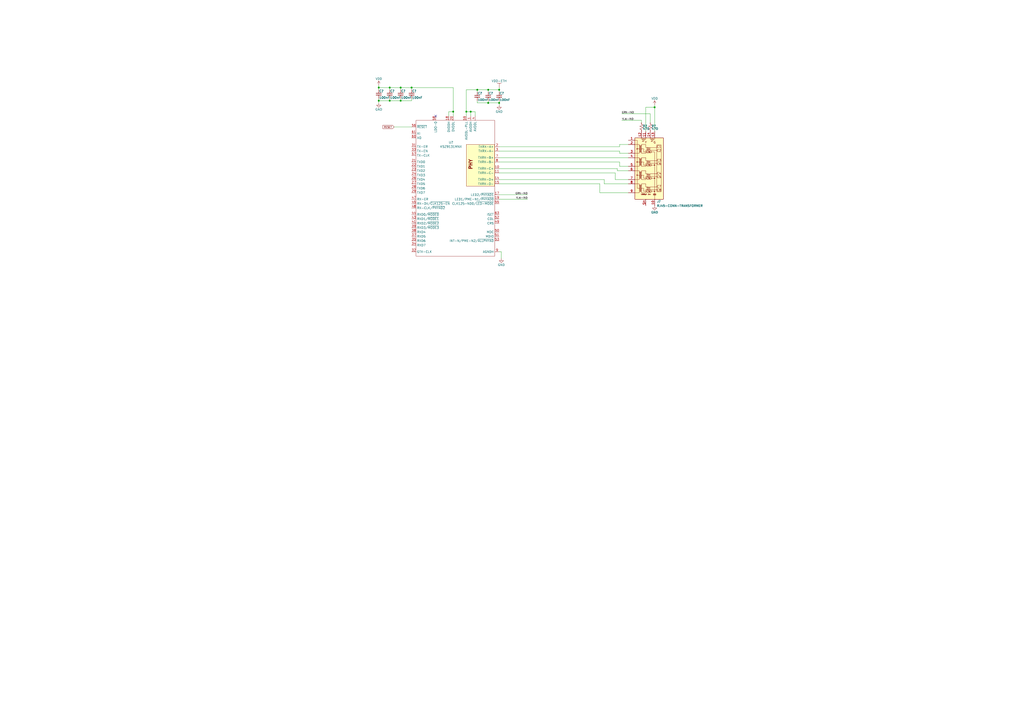
<source format=kicad_sch>
(kicad_sch (version 20211123) (generator eeschema)

  (uuid 9b78a93a-dd45-476c-a3c9-ca3b27f61424)

  (paper "A2")

  (title_block
    (title "Benchy Version 2")
    (rev "REV1")
    (company "Daxxn Industries")
  )

  (lib_symbols
    (symbol "Daxxn_Connectors:RJ45-CONN-TRANSFORMER" (pin_names hide) (in_bom yes) (on_board yes)
      (property "Reference" "J" (id 0) (at 5.08 -17.78 0)
        (effects (font (size 1.27 1.27)) (justify left))
      )
      (property "Value" "RJ45-CONN-TRANSFORMER" (id 1) (at 5.08 -20.32 0)
        (effects (font (size 1.27 1.27)) (justify left))
      )
      (property "Footprint" "Daxxn_Connectors:RJ45_Wuerth_7499111446_Horizontal" (id 2) (at 0 30.48 0)
        (effects (font (size 1.27 1.27)) hide)
      )
      (property "Datasheet" "%DRAWINGS%/Connectors/7499111446.pdf" (id 3) (at 0 34.29 0)
        (effects (font (size 1.27 1.27)) (justify top) hide)
      )
      (property "ki_keywords" "lan jack transformer ethernet gigabit 10 100 1000 baset" (id 4) (at 0 0 0)
        (effects (font (size 1.27 1.27)) hide)
      )
      (property "ki_description" "LAN Transformer Jack, RJ45, 10/100/1000 BaseT" (id 5) (at 0 0 0)
        (effects (font (size 1.27 1.27)) hide)
      )
      (property "ki_fp_filters" "RJ45*UDE*RB1*125B8G1A*" (id 6) (at 0 0 0)
        (effects (font (size 1.27 1.27)) hide)
      )
      (symbol "RJ45-CONN-TRANSFORMER_0_0"
        (polyline
          (pts
            (xy -6.35 -2.54)
            (xy -5.08 -2.54)
          )
          (stroke (width 0) (type default) (color 0 0 0 0))
          (fill (type none))
        )
        (polyline
          (pts
            (xy -6.35 12.7)
            (xy -5.08 12.7)
          )
          (stroke (width 0) (type default) (color 0 0 0 0))
          (fill (type none))
        )
        (polyline
          (pts
            (xy -5.08 5.08)
            (xy -6.35 5.08)
          )
          (stroke (width 0) (type default) (color 0 0 0 0))
          (fill (type none))
        )
        (polyline
          (pts
            (xy 1.27 -10.922)
            (xy 5.08 -10.922)
          )
          (stroke (width 0) (type default) (color 0 0 0 0))
          (fill (type none))
        )
        (polyline
          (pts
            (xy 1.27 -9.398)
            (xy 5.08 -9.398)
          )
          (stroke (width 0) (type default) (color 0 0 0 0))
          (fill (type none))
        )
        (polyline
          (pts
            (xy 1.27 -3.302)
            (xy 5.08 -3.302)
          )
          (stroke (width 0) (type default) (color 0 0 0 0))
          (fill (type none))
        )
        (polyline
          (pts
            (xy 1.27 -1.778)
            (xy 5.08 -1.778)
          )
          (stroke (width 0) (type default) (color 0 0 0 0))
          (fill (type none))
        )
        (polyline
          (pts
            (xy 1.27 4.318)
            (xy 5.08 4.318)
          )
          (stroke (width 0) (type default) (color 0 0 0 0))
          (fill (type none))
        )
        (polyline
          (pts
            (xy 1.27 5.842)
            (xy 5.08 5.842)
          )
          (stroke (width 0) (type default) (color 0 0 0 0))
          (fill (type none))
        )
        (polyline
          (pts
            (xy 1.27 11.938)
            (xy 5.08 11.938)
          )
          (stroke (width 0) (type default) (color 0 0 0 0))
          (fill (type none))
        )
        (polyline
          (pts
            (xy 1.27 13.462)
            (xy 5.08 13.462)
          )
          (stroke (width 0) (type default) (color 0 0 0 0))
          (fill (type none))
        )
        (polyline
          (pts
            (xy 1.778 -11.938)
            (xy 3.81 -11.938)
          )
          (stroke (width 0) (type default) (color 0 0 0 0))
          (fill (type none))
        )
        (polyline
          (pts
            (xy -0.762 -11.938)
            (xy -2.54 -11.938)
            (xy -2.54 -10.16)
            (xy -3.81 -10.16)
          )
          (stroke (width 0) (type default) (color 0 0 0 0))
          (fill (type none))
        )
        (polyline
          (pts
            (xy -0.762 -4.318)
            (xy -2.54 -4.318)
            (xy -2.54 -2.54)
            (xy -3.81 -2.54)
          )
          (stroke (width 0) (type default) (color 0 0 0 0))
          (fill (type none))
        )
        (polyline
          (pts
            (xy -0.762 3.302)
            (xy -2.54 3.302)
            (xy -2.54 5.08)
            (xy -3.81 5.08)
          )
          (stroke (width 0) (type default) (color 0 0 0 0))
          (fill (type none))
        )
        (polyline
          (pts
            (xy -0.762 10.922)
            (xy -2.54 10.922)
            (xy -2.54 12.7)
            (xy -3.81 12.7)
          )
          (stroke (width 0) (type default) (color 0 0 0 0))
          (fill (type none))
        )
        (text "1000pF 2kV" (at -1.27 -13.716 0)
          (effects (font (size 0.635 0.635)))
        )
        (text "75" (at 0.508 -11.938 0)
          (effects (font (size 0.635 0.635)))
        )
        (text "75" (at 0.508 -4.318 0)
          (effects (font (size 0.635 0.635)))
        )
        (text "75" (at 0.508 3.302 0)
          (effects (font (size 0.635 0.635)))
        )
        (text "75" (at 0.508 10.922 0)
          (effects (font (size 0.635 0.635)))
        )
        (text "C1" (at 6.35 13.97 0)
          (effects (font (size 1.27 1.27)))
        )
        (text "C2" (at 6.35 11.684 0)
          (effects (font (size 1.27 1.27)))
        )
        (text "C3" (at 6.35 6.096 0)
          (effects (font (size 1.27 1.27)))
        )
        (text "C4" (at 6.35 -1.524 0)
          (effects (font (size 1.27 1.27)))
        )
        (text "C5" (at 6.35 -3.556 0)
          (effects (font (size 1.27 1.27)))
        )
        (text "C6" (at 6.35 4.064 0)
          (effects (font (size 1.27 1.27)))
        )
        (text "C7" (at 6.35 -9.144 0)
          (effects (font (size 1.27 1.27)))
        )
        (text "C8" (at 6.35 -11.176 0)
          (effects (font (size 1.27 1.27)))
        )
        (text "G" (at 3.81 16.51 0)
          (effects (font (size 1.27 1.27)))
        )
        (text "Y" (at -1.27 16.51 0)
          (effects (font (size 1.27 1.27)))
        )
      )
      (symbol "RJ45-CONN-TRANSFORMER_0_1"
        (circle (center -6.35 -2.54) (radius 0.254)
          (stroke (width 0) (type default) (color 0 0 0 0))
          (fill (type outline))
        )
        (circle (center -6.35 5.08) (radius 0.254)
          (stroke (width 0) (type default) (color 0 0 0 0))
          (fill (type outline))
        )
        (circle (center -6.35 12.7) (radius 0.254)
          (stroke (width 0) (type default) (color 0 0 0 0))
          (fill (type outline))
        )
        (circle (center -5.1054 -10.414) (radius 0.0762)
          (stroke (width 0.0254) (type default) (color 0 0 0 0))
          (fill (type outline))
        )
        (circle (center -5.1054 -8.382) (radius 0.0762)
          (stroke (width 0.0254) (type default) (color 0 0 0 0))
          (fill (type outline))
        )
        (circle (center -5.1054 -2.794) (radius 0.0762)
          (stroke (width 0.0254) (type default) (color 0 0 0 0))
          (fill (type outline))
        )
        (circle (center -5.1054 -0.762) (radius 0.0762)
          (stroke (width 0.0254) (type default) (color 0 0 0 0))
          (fill (type outline))
        )
        (circle (center -5.1054 4.826) (radius 0.0762)
          (stroke (width 0.0254) (type default) (color 0 0 0 0))
          (fill (type outline))
        )
        (circle (center -5.1054 6.858) (radius 0.0762)
          (stroke (width 0.0254) (type default) (color 0 0 0 0))
          (fill (type outline))
        )
        (circle (center -5.1054 12.446) (radius 0.0762)
          (stroke (width 0.0254) (type default) (color 0 0 0 0))
          (fill (type outline))
        )
        (circle (center -5.1054 14.478) (radius 0.0762)
          (stroke (width 0.0254) (type default) (color 0 0 0 0))
          (fill (type outline))
        )
        (arc (start -5.08 -12.192) (mid -4.826 -11.938) (end -5.08 -11.684)
          (stroke (width 0) (type default) (color 0 0 0 0))
          (fill (type none))
        )
        (arc (start -5.08 -11.684) (mid -4.826 -11.43) (end -5.08 -11.176)
          (stroke (width 0) (type default) (color 0 0 0 0))
          (fill (type none))
        )
        (arc (start -5.08 -11.176) (mid -4.826 -10.922) (end -5.08 -10.668)
          (stroke (width 0) (type default) (color 0 0 0 0))
          (fill (type none))
        )
        (arc (start -5.08 -10.668) (mid -4.826 -10.414) (end -5.08 -10.16)
          (stroke (width 0) (type default) (color 0 0 0 0))
          (fill (type none))
        )
        (arc (start -5.08 -10.16) (mid -4.826 -9.906) (end -5.08 -9.652)
          (stroke (width 0) (type default) (color 0 0 0 0))
          (fill (type none))
        )
        (arc (start -5.08 -9.652) (mid -4.826 -9.398) (end -5.08 -9.144)
          (stroke (width 0) (type default) (color 0 0 0 0))
          (fill (type none))
        )
        (arc (start -5.08 -9.144) (mid -4.826 -8.89) (end -5.08 -8.636)
          (stroke (width 0) (type default) (color 0 0 0 0))
          (fill (type none))
        )
        (arc (start -5.08 -8.636) (mid -4.826 -8.382) (end -5.08 -8.128)
          (stroke (width 0) (type default) (color 0 0 0 0))
          (fill (type none))
        )
        (arc (start -5.08 -4.572) (mid -4.826 -4.318) (end -5.08 -4.064)
          (stroke (width 0) (type default) (color 0 0 0 0))
          (fill (type none))
        )
        (arc (start -5.08 -4.064) (mid -4.826 -3.81) (end -5.08 -3.556)
          (stroke (width 0) (type default) (color 0 0 0 0))
          (fill (type none))
        )
        (arc (start -5.08 -3.556) (mid -4.826 -3.302) (end -5.08 -3.048)
          (stroke (width 0) (type default) (color 0 0 0 0))
          (fill (type none))
        )
        (arc (start -5.08 -3.048) (mid -4.826 -2.794) (end -5.08 -2.54)
          (stroke (width 0) (type default) (color 0 0 0 0))
          (fill (type none))
        )
        (arc (start -5.08 -2.54) (mid -4.826 -2.286) (end -5.08 -2.032)
          (stroke (width 0) (type default) (color 0 0 0 0))
          (fill (type none))
        )
        (arc (start -5.08 -2.032) (mid -4.826 -1.778) (end -5.08 -1.524)
          (stroke (width 0) (type default) (color 0 0 0 0))
          (fill (type none))
        )
        (arc (start -5.08 -1.524) (mid -4.826 -1.27) (end -5.08 -1.016)
          (stroke (width 0) (type default) (color 0 0 0 0))
          (fill (type none))
        )
        (arc (start -5.08 -1.016) (mid -4.826 -0.762) (end -5.08 -0.508)
          (stroke (width 0) (type default) (color 0 0 0 0))
          (fill (type none))
        )
        (arc (start -5.08 3.048) (mid -4.826 3.302) (end -5.08 3.556)
          (stroke (width 0) (type default) (color 0 0 0 0))
          (fill (type none))
        )
        (arc (start -5.08 3.556) (mid -4.826 3.81) (end -5.08 4.064)
          (stroke (width 0) (type default) (color 0 0 0 0))
          (fill (type none))
        )
        (arc (start -5.08 4.064) (mid -4.826 4.318) (end -5.08 4.572)
          (stroke (width 0) (type default) (color 0 0 0 0))
          (fill (type none))
        )
        (arc (start -5.08 4.572) (mid -4.826 4.826) (end -5.08 5.08)
          (stroke (width 0) (type default) (color 0 0 0 0))
          (fill (type none))
        )
        (arc (start -5.08 5.08) (mid -4.826 5.334) (end -5.08 5.588)
          (stroke (width 0) (type default) (color 0 0 0 0))
          (fill (type none))
        )
        (arc (start -5.08 5.588) (mid -4.826 5.842) (end -5.08 6.096)
          (stroke (width 0) (type default) (color 0 0 0 0))
          (fill (type none))
        )
        (arc (start -5.08 6.096) (mid -4.826 6.35) (end -5.08 6.604)
          (stroke (width 0) (type default) (color 0 0 0 0))
          (fill (type none))
        )
        (arc (start -5.08 6.604) (mid -4.826 6.858) (end -5.08 7.112)
          (stroke (width 0) (type default) (color 0 0 0 0))
          (fill (type none))
        )
        (arc (start -5.08 10.668) (mid -4.826 10.922) (end -5.08 11.176)
          (stroke (width 0) (type default) (color 0 0 0 0))
          (fill (type none))
        )
        (arc (start -5.08 11.176) (mid -4.826 11.43) (end -5.08 11.684)
          (stroke (width 0) (type default) (color 0 0 0 0))
          (fill (type none))
        )
        (arc (start -5.08 11.684) (mid -4.826 11.938) (end -5.08 12.192)
          (stroke (width 0) (type default) (color 0 0 0 0))
          (fill (type none))
        )
        (arc (start -5.08 12.192) (mid -4.826 12.446) (end -5.08 12.7)
          (stroke (width 0) (type default) (color 0 0 0 0))
          (fill (type none))
        )
        (arc (start -5.08 12.7) (mid -4.826 12.954) (end -5.08 13.208)
          (stroke (width 0) (type default) (color 0 0 0 0))
          (fill (type none))
        )
        (arc (start -5.08 13.208) (mid -4.826 13.462) (end -5.08 13.716)
          (stroke (width 0) (type default) (color 0 0 0 0))
          (fill (type none))
        )
        (arc (start -5.08 13.716) (mid -4.826 13.97) (end -5.08 14.224)
          (stroke (width 0) (type default) (color 0 0 0 0))
          (fill (type none))
        )
        (arc (start -5.08 14.224) (mid -4.826 14.478) (end -5.08 14.732)
          (stroke (width 0) (type default) (color 0 0 0 0))
          (fill (type none))
        )
        (arc (start -3.81 -11.684) (mid -4.064 -11.938) (end -3.81 -12.192)
          (stroke (width 0) (type default) (color 0 0 0 0))
          (fill (type none))
        )
        (arc (start -3.81 -11.176) (mid -4.064 -11.43) (end -3.81 -11.684)
          (stroke (width 0) (type default) (color 0 0 0 0))
          (fill (type none))
        )
        (arc (start -3.81 -10.668) (mid -4.064 -10.922) (end -3.81 -11.176)
          (stroke (width 0) (type default) (color 0 0 0 0))
          (fill (type none))
        )
        (arc (start -3.81 -10.16) (mid -4.064 -10.414) (end -3.81 -10.668)
          (stroke (width 0) (type default) (color 0 0 0 0))
          (fill (type none))
        )
        (arc (start -3.81 -9.652) (mid -4.064 -9.906) (end -3.81 -10.16)
          (stroke (width 0) (type default) (color 0 0 0 0))
          (fill (type none))
        )
        (arc (start -3.81 -9.144) (mid -4.064 -9.398) (end -3.81 -9.652)
          (stroke (width 0) (type default) (color 0 0 0 0))
          (fill (type none))
        )
        (arc (start -3.81 -8.636) (mid -4.064 -8.89) (end -3.81 -9.144)
          (stroke (width 0) (type default) (color 0 0 0 0))
          (fill (type none))
        )
        (arc (start -3.81 -8.128) (mid -4.064 -8.382) (end -3.81 -8.636)
          (stroke (width 0) (type default) (color 0 0 0 0))
          (fill (type none))
        )
        (arc (start -3.81 -4.064) (mid -4.064 -4.318) (end -3.81 -4.572)
          (stroke (width 0) (type default) (color 0 0 0 0))
          (fill (type none))
        )
        (arc (start -3.81 -3.556) (mid -4.064 -3.81) (end -3.81 -4.064)
          (stroke (width 0) (type default) (color 0 0 0 0))
          (fill (type none))
        )
        (arc (start -3.81 -3.048) (mid -4.064 -3.302) (end -3.81 -3.556)
          (stroke (width 0) (type default) (color 0 0 0 0))
          (fill (type none))
        )
        (arc (start -3.81 -2.54) (mid -4.064 -2.794) (end -3.81 -3.048)
          (stroke (width 0) (type default) (color 0 0 0 0))
          (fill (type none))
        )
        (arc (start -3.81 -2.032) (mid -4.064 -2.286) (end -3.81 -2.54)
          (stroke (width 0) (type default) (color 0 0 0 0))
          (fill (type none))
        )
        (arc (start -3.81 -1.524) (mid -4.064 -1.778) (end -3.81 -2.032)
          (stroke (width 0) (type default) (color 0 0 0 0))
          (fill (type none))
        )
        (arc (start -3.81 -1.016) (mid -4.064 -1.27) (end -3.81 -1.524)
          (stroke (width 0) (type default) (color 0 0 0 0))
          (fill (type none))
        )
        (arc (start -3.81 -0.508) (mid -4.064 -0.762) (end -3.81 -1.016)
          (stroke (width 0) (type default) (color 0 0 0 0))
          (fill (type none))
        )
        (arc (start -3.81 3.556) (mid -4.064 3.302) (end -3.81 3.048)
          (stroke (width 0) (type default) (color 0 0 0 0))
          (fill (type none))
        )
        (arc (start -3.81 4.064) (mid -4.064 3.81) (end -3.81 3.556)
          (stroke (width 0) (type default) (color 0 0 0 0))
          (fill (type none))
        )
        (arc (start -3.81 4.572) (mid -4.064 4.318) (end -3.81 4.064)
          (stroke (width 0) (type default) (color 0 0 0 0))
          (fill (type none))
        )
        (arc (start -3.81 5.08) (mid -4.064 4.826) (end -3.81 4.572)
          (stroke (width 0) (type default) (color 0 0 0 0))
          (fill (type none))
        )
        (arc (start -3.81 5.588) (mid -4.064 5.334) (end -3.81 5.08)
          (stroke (width 0) (type default) (color 0 0 0 0))
          (fill (type none))
        )
        (arc (start -3.81 6.096) (mid -4.064 5.842) (end -3.81 5.588)
          (stroke (width 0) (type default) (color 0 0 0 0))
          (fill (type none))
        )
        (arc (start -3.81 6.604) (mid -4.064 6.35) (end -3.81 6.096)
          (stroke (width 0) (type default) (color 0 0 0 0))
          (fill (type none))
        )
        (arc (start -3.81 7.112) (mid -4.064 6.858) (end -3.81 6.604)
          (stroke (width 0) (type default) (color 0 0 0 0))
          (fill (type none))
        )
        (arc (start -3.81 11.176) (mid -4.064 10.922) (end -3.81 10.668)
          (stroke (width 0) (type default) (color 0 0 0 0))
          (fill (type none))
        )
        (arc (start -3.81 11.684) (mid -4.064 11.43) (end -3.81 11.176)
          (stroke (width 0) (type default) (color 0 0 0 0))
          (fill (type none))
        )
        (arc (start -3.81 12.192) (mid -4.064 11.938) (end -3.81 11.684)
          (stroke (width 0) (type default) (color 0 0 0 0))
          (fill (type none))
        )
        (arc (start -3.81 12.7) (mid -4.064 12.446) (end -3.81 12.192)
          (stroke (width 0) (type default) (color 0 0 0 0))
          (fill (type none))
        )
        (arc (start -3.81 13.208) (mid -4.064 12.954) (end -3.81 12.7)
          (stroke (width 0) (type default) (color 0 0 0 0))
          (fill (type none))
        )
        (arc (start -3.81 13.716) (mid -4.064 13.462) (end -3.81 13.208)
          (stroke (width 0) (type default) (color 0 0 0 0))
          (fill (type none))
        )
        (arc (start -3.81 14.224) (mid -4.064 13.97) (end -3.81 13.716)
          (stroke (width 0) (type default) (color 0 0 0 0))
          (fill (type none))
        )
        (arc (start -3.81 14.732) (mid -4.064 14.478) (end -3.81 14.224)
          (stroke (width 0) (type default) (color 0 0 0 0))
          (fill (type none))
        )
        (circle (center -3.7846 -10.414) (radius 0.0762)
          (stroke (width 0.0254) (type default) (color 0 0 0 0))
          (fill (type outline))
        )
        (circle (center -3.7846 -8.382) (radius 0.0762)
          (stroke (width 0.0254) (type default) (color 0 0 0 0))
          (fill (type outline))
        )
        (circle (center -3.7846 -2.794) (radius 0.0762)
          (stroke (width 0.0254) (type default) (color 0 0 0 0))
          (fill (type outline))
        )
        (circle (center -3.7846 -0.762) (radius 0.0762)
          (stroke (width 0.0254) (type default) (color 0 0 0 0))
          (fill (type outline))
        )
        (circle (center -3.7846 4.826) (radius 0.0762)
          (stroke (width 0.0254) (type default) (color 0 0 0 0))
          (fill (type outline))
        )
        (circle (center -3.7846 6.858) (radius 0.0762)
          (stroke (width 0.0254) (type default) (color 0 0 0 0))
          (fill (type outline))
        )
        (circle (center -3.7846 12.446) (radius 0.0762)
          (stroke (width 0.0254) (type default) (color 0 0 0 0))
          (fill (type outline))
        )
        (circle (center -3.7846 14.478) (radius 0.0762)
          (stroke (width 0.0254) (type default) (color 0 0 0 0))
          (fill (type outline))
        )
        (rectangle (start -0.762 -11.43) (end 1.778 -12.446)
          (stroke (width 0.2032) (type default) (color 0 0 0 0))
          (fill (type none))
        )
        (arc (start -0.762 -9.398) (mid -0.508 -9.652) (end -0.254 -9.398)
          (stroke (width 0) (type default) (color 0 0 0 0))
          (fill (type none))
        )
        (rectangle (start -0.762 -3.81) (end 1.778 -4.826)
          (stroke (width 0.2032) (type default) (color 0 0 0 0))
          (fill (type none))
        )
        (arc (start -0.762 -1.778) (mid -0.508 -2.032) (end -0.254 -1.778)
          (stroke (width 0) (type default) (color 0 0 0 0))
          (fill (type none))
        )
        (rectangle (start -0.762 3.81) (end 1.778 2.794)
          (stroke (width 0.2032) (type default) (color 0 0 0 0))
          (fill (type none))
        )
        (arc (start -0.762 5.842) (mid -0.508 5.588) (end -0.254 5.842)
          (stroke (width 0) (type default) (color 0 0 0 0))
          (fill (type none))
        )
        (rectangle (start -0.762 11.43) (end 1.778 10.414)
          (stroke (width 0.2032) (type default) (color 0 0 0 0))
          (fill (type none))
        )
        (arc (start -0.762 13.462) (mid -0.508 13.208) (end -0.254 13.462)
          (stroke (width 0) (type default) (color 0 0 0 0))
          (fill (type none))
        )
        (circle (center -0.508 -10.9474) (radius 0.0762)
          (stroke (width 0.0254) (type default) (color 0 0 0 0))
          (fill (type outline))
        )
        (circle (center -0.508 -9.3726) (radius 0.0762)
          (stroke (width 0.0254) (type default) (color 0 0 0 0))
          (fill (type outline))
        )
        (circle (center -0.508 -3.3274) (radius 0.0762)
          (stroke (width 0.0254) (type default) (color 0 0 0 0))
          (fill (type outline))
        )
        (circle (center -0.508 -1.7526) (radius 0.0762)
          (stroke (width 0.0254) (type default) (color 0 0 0 0))
          (fill (type outline))
        )
        (circle (center -0.508 4.2926) (radius 0.0762)
          (stroke (width 0.0254) (type default) (color 0 0 0 0))
          (fill (type outline))
        )
        (circle (center -0.508 5.8674) (radius 0.0762)
          (stroke (width 0.0254) (type default) (color 0 0 0 0))
          (fill (type outline))
        )
        (circle (center -0.508 11.9126) (radius 0.0762)
          (stroke (width 0.0254) (type default) (color 0 0 0 0))
          (fill (type outline))
        )
        (circle (center -0.508 13.4874) (radius 0.0762)
          (stroke (width 0.0254) (type default) (color 0 0 0 0))
          (fill (type outline))
        )
        (arc (start -0.254 -10.922) (mid -0.508 -10.668) (end -0.762 -10.922)
          (stroke (width 0) (type default) (color 0 0 0 0))
          (fill (type none))
        )
        (arc (start -0.254 -9.398) (mid 0 -9.652) (end 0.254 -9.398)
          (stroke (width 0) (type default) (color 0 0 0 0))
          (fill (type none))
        )
        (arc (start -0.254 -3.302) (mid -0.508 -3.048) (end -0.762 -3.302)
          (stroke (width 0) (type default) (color 0 0 0 0))
          (fill (type none))
        )
        (arc (start -0.254 -1.778) (mid 0 -2.032) (end 0.254 -1.778)
          (stroke (width 0) (type default) (color 0 0 0 0))
          (fill (type none))
        )
        (arc (start -0.254 4.318) (mid -0.508 4.572) (end -0.762 4.318)
          (stroke (width 0) (type default) (color 0 0 0 0))
          (fill (type none))
        )
        (arc (start -0.254 5.842) (mid 0 5.588) (end 0.254 5.842)
          (stroke (width 0) (type default) (color 0 0 0 0))
          (fill (type none))
        )
        (arc (start -0.254 11.938) (mid -0.508 12.192) (end -0.762 11.938)
          (stroke (width 0) (type default) (color 0 0 0 0))
          (fill (type none))
        )
        (arc (start -0.254 13.462) (mid 0 13.208) (end 0.254 13.462)
          (stroke (width 0) (type default) (color 0 0 0 0))
          (fill (type none))
        )
        (polyline
          (pts
            (xy -4.572 -12.192)
            (xy -4.572 -8.128)
          )
          (stroke (width 0) (type default) (color 0 0 0 0))
          (fill (type none))
        )
        (polyline
          (pts
            (xy -4.572 -4.572)
            (xy -4.572 -0.508)
          )
          (stroke (width 0) (type default) (color 0 0 0 0))
          (fill (type none))
        )
        (polyline
          (pts
            (xy -4.572 3.048)
            (xy -4.572 7.112)
          )
          (stroke (width 0) (type default) (color 0 0 0 0))
          (fill (type none))
        )
        (polyline
          (pts
            (xy -4.572 10.668)
            (xy -4.572 14.732)
          )
          (stroke (width 0) (type default) (color 0 0 0 0))
          (fill (type none))
        )
        (polyline
          (pts
            (xy -4.318 -8.128)
            (xy -4.318 -12.192)
          )
          (stroke (width 0) (type default) (color 0 0 0 0))
          (fill (type none))
        )
        (polyline
          (pts
            (xy -4.318 -0.508)
            (xy -4.318 -4.572)
          )
          (stroke (width 0) (type default) (color 0 0 0 0))
          (fill (type none))
        )
        (polyline
          (pts
            (xy -4.318 7.112)
            (xy -4.318 3.048)
          )
          (stroke (width 0) (type default) (color 0 0 0 0))
          (fill (type none))
        )
        (polyline
          (pts
            (xy -4.318 14.732)
            (xy -4.318 10.668)
          )
          (stroke (width 0) (type default) (color 0 0 0 0))
          (fill (type none))
        )
        (polyline
          (pts
            (xy -3.302 17.018)
            (xy -2.794 17.526)
          )
          (stroke (width 0) (type default) (color 0 0 0 0))
          (fill (type none))
        )
        (polyline
          (pts
            (xy -3.048 18.796)
            (xy -3.048 17.78)
          )
          (stroke (width 0) (type default) (color 0 0 0 0))
          (fill (type none))
        )
        (polyline
          (pts
            (xy -2.794 17.018)
            (xy -2.286 17.526)
          )
          (stroke (width 0) (type default) (color 0 0 0 0))
          (fill (type none))
        )
        (polyline
          (pts
            (xy -0.762 -9.906)
            (xy 1.27 -9.906)
          )
          (stroke (width 0) (type default) (color 0 0 0 0))
          (fill (type none))
        )
        (polyline
          (pts
            (xy -0.762 -2.286)
            (xy 1.27 -2.286)
          )
          (stroke (width 0) (type default) (color 0 0 0 0))
          (fill (type none))
        )
        (polyline
          (pts
            (xy -0.762 5.334)
            (xy 1.27 5.334)
          )
          (stroke (width 0) (type default) (color 0 0 0 0))
          (fill (type none))
        )
        (polyline
          (pts
            (xy -0.762 12.954)
            (xy 1.27 12.954)
          )
          (stroke (width 0) (type default) (color 0 0 0 0))
          (fill (type none))
        )
        (polyline
          (pts
            (xy 1.27 -10.414)
            (xy -0.762 -10.414)
          )
          (stroke (width 0) (type default) (color 0 0 0 0))
          (fill (type none))
        )
        (polyline
          (pts
            (xy 1.27 -2.794)
            (xy -0.762 -2.794)
          )
          (stroke (width 0) (type default) (color 0 0 0 0))
          (fill (type none))
        )
        (polyline
          (pts
            (xy 1.27 4.826)
            (xy -0.762 4.826)
          )
          (stroke (width 0) (type default) (color 0 0 0 0))
          (fill (type none))
        )
        (polyline
          (pts
            (xy 1.27 12.446)
            (xy -0.762 12.446)
          )
          (stroke (width 0) (type default) (color 0 0 0 0))
          (fill (type none))
        )
        (polyline
          (pts
            (xy 1.778 -4.318)
            (xy 3.81 -4.318)
          )
          (stroke (width 0) (type default) (color 0 0 0 0))
          (fill (type none))
        )
        (polyline
          (pts
            (xy 1.778 17.018)
            (xy 2.286 17.526)
          )
          (stroke (width 0) (type default) (color 0 0 0 0))
          (fill (type none))
        )
        (polyline
          (pts
            (xy 2.032 18.796)
            (xy 2.032 17.78)
          )
          (stroke (width 0) (type default) (color 0 0 0 0))
          (fill (type none))
        )
        (polyline
          (pts
            (xy 2.286 17.018)
            (xy 2.794 17.526)
          )
          (stroke (width 0) (type default) (color 0 0 0 0))
          (fill (type none))
        )
        (polyline
          (pts
            (xy 3.81 -16.51)
            (xy 3.81 -13.97)
          )
          (stroke (width 0) (type default) (color 0 0 0 0))
          (fill (type none))
        )
        (polyline
          (pts
            (xy 3.81 3.302)
            (xy 1.778 3.302)
          )
          (stroke (width 0) (type default) (color 0 0 0 0))
          (fill (type none))
        )
        (polyline
          (pts
            (xy 4.572 -13.97)
            (xy 3.048 -13.97)
          )
          (stroke (width 0.3302) (type default) (color 0 0 0 0))
          (fill (type none))
        )
        (polyline
          (pts
            (xy 4.572 -13.462)
            (xy 3.048 -13.462)
          )
          (stroke (width 0.3048) (type default) (color 0 0 0 0))
          (fill (type none))
        )
        (polyline
          (pts
            (xy -5.08 -12.192)
            (xy -5.08 -12.7)
            (xy -7.62 -12.7)
          )
          (stroke (width 0) (type default) (color 0 0 0 0))
          (fill (type none))
        )
        (polyline
          (pts
            (xy -5.08 -8.128)
            (xy -5.08 -7.62)
            (xy -7.62 -7.62)
          )
          (stroke (width 0) (type default) (color 0 0 0 0))
          (fill (type none))
        )
        (polyline
          (pts
            (xy -5.08 -4.572)
            (xy -5.08 -5.08)
            (xy -7.62 -5.08)
          )
          (stroke (width 0) (type default) (color 0 0 0 0))
          (fill (type none))
        )
        (polyline
          (pts
            (xy -5.08 -0.508)
            (xy -5.08 0)
            (xy -7.62 0)
          )
          (stroke (width 0) (type default) (color 0 0 0 0))
          (fill (type none))
        )
        (polyline
          (pts
            (xy -5.08 3.048)
            (xy -5.08 2.54)
            (xy -7.62 2.54)
          )
          (stroke (width 0) (type default) (color 0 0 0 0))
          (fill (type none))
        )
        (polyline
          (pts
            (xy -5.08 7.112)
            (xy -5.08 7.62)
            (xy -7.62 7.62)
          )
          (stroke (width 0) (type default) (color 0 0 0 0))
          (fill (type none))
        )
        (polyline
          (pts
            (xy -5.08 10.668)
            (xy -5.08 10.16)
            (xy -7.62 10.16)
          )
          (stroke (width 0) (type default) (color 0 0 0 0))
          (fill (type none))
        )
        (polyline
          (pts
            (xy -5.08 14.732)
            (xy -5.08 15.24)
            (xy -7.62 15.24)
          )
          (stroke (width 0) (type default) (color 0 0 0 0))
          (fill (type none))
        )
        (polyline
          (pts
            (xy -3.81 19.05)
            (xy -3.81 18.288)
            (xy -3.048 18.288)
          )
          (stroke (width 0) (type default) (color 0 0 0 0))
          (fill (type none))
        )
        (polyline
          (pts
            (xy -3.302 17.272)
            (xy -3.302 17.018)
            (xy -3.048 17.018)
          )
          (stroke (width 0) (type default) (color 0 0 0 0))
          (fill (type none))
        )
        (polyline
          (pts
            (xy -2.794 17.272)
            (xy -2.794 17.018)
            (xy -2.54 17.018)
          )
          (stroke (width 0) (type default) (color 0 0 0 0))
          (fill (type none))
        )
        (polyline
          (pts
            (xy -1.27 19.05)
            (xy -1.27 18.288)
            (xy -2.032 18.288)
          )
          (stroke (width 0) (type default) (color 0 0 0 0))
          (fill (type none))
        )
        (polyline
          (pts
            (xy 1.27 19.05)
            (xy 1.27 18.288)
            (xy 2.032 18.288)
          )
          (stroke (width 0) (type default) (color 0 0 0 0))
          (fill (type none))
        )
        (polyline
          (pts
            (xy 1.778 17.272)
            (xy 1.778 17.018)
            (xy 2.032 17.018)
          )
          (stroke (width 0) (type default) (color 0 0 0 0))
          (fill (type none))
        )
        (polyline
          (pts
            (xy 2.286 17.272)
            (xy 2.286 17.018)
            (xy 2.54 17.018)
          )
          (stroke (width 0) (type default) (color 0 0 0 0))
          (fill (type none))
        )
        (polyline
          (pts
            (xy 3.81 -13.462)
            (xy 3.81 10.922)
            (xy 1.778 10.922)
          )
          (stroke (width 0) (type default) (color 0 0 0 0))
          (fill (type none))
        )
        (polyline
          (pts
            (xy 3.81 19.05)
            (xy 3.81 18.288)
            (xy 3.048 18.288)
          )
          (stroke (width 0) (type default) (color 0 0 0 0))
          (fill (type none))
        )
        (polyline
          (pts
            (xy -7.62 17.78)
            (xy -6.35 17.78)
            (xy -6.35 -10.16)
            (xy -5.08 -10.16)
          )
          (stroke (width 0) (type default) (color 0 0 0 0))
          (fill (type none))
        )
        (polyline
          (pts
            (xy -3.048 18.288)
            (xy -2.032 18.796)
            (xy -2.032 17.78)
            (xy -3.048 18.288)
          )
          (stroke (width 0) (type default) (color 0 0 0 0))
          (fill (type none))
        )
        (polyline
          (pts
            (xy 2.032 18.288)
            (xy 3.048 18.796)
            (xy 3.048 17.78)
            (xy 2.032 18.288)
          )
          (stroke (width 0) (type default) (color 0 0 0 0))
          (fill (type none))
        )
        (polyline
          (pts
            (xy -3.81 -12.192)
            (xy -3.81 -12.7)
            (xy -1.27 -12.7)
            (xy -1.27 -10.922)
            (xy -0.762 -10.922)
          )
          (stroke (width 0) (type default) (color 0 0 0 0))
          (fill (type none))
        )
        (polyline
          (pts
            (xy -3.81 -4.572)
            (xy -3.81 -5.08)
            (xy -1.27 -5.08)
            (xy -1.27 -3.302)
            (xy -0.762 -3.302)
          )
          (stroke (width 0) (type default) (color 0 0 0 0))
          (fill (type none))
        )
        (polyline
          (pts
            (xy -3.81 3.048)
            (xy -3.81 2.54)
            (xy -1.27 2.54)
            (xy -1.27 4.318)
            (xy -0.762 4.318)
          )
          (stroke (width 0) (type default) (color 0 0 0 0))
          (fill (type none))
        )
        (polyline
          (pts
            (xy -3.81 10.668)
            (xy -3.81 10.16)
            (xy -1.27 10.16)
            (xy -1.27 11.938)
            (xy -0.762 11.938)
          )
          (stroke (width 0) (type default) (color 0 0 0 0))
          (fill (type none))
        )
        (polyline
          (pts
            (xy -0.762 -9.398)
            (xy -1.27 -9.398)
            (xy -1.27 -7.62)
            (xy -3.81 -7.62)
            (xy -3.81 -8.128)
          )
          (stroke (width 0) (type default) (color 0 0 0 0))
          (fill (type none))
        )
        (polyline
          (pts
            (xy -0.762 -1.778)
            (xy -1.27 -1.778)
            (xy -1.27 0)
            (xy -3.81 0)
            (xy -3.81 -0.508)
          )
          (stroke (width 0) (type default) (color 0 0 0 0))
          (fill (type none))
        )
        (polyline
          (pts
            (xy -0.762 5.842)
            (xy -1.27 5.842)
            (xy -1.27 7.62)
            (xy -3.81 7.62)
            (xy -3.81 7.112)
          )
          (stroke (width 0) (type default) (color 0 0 0 0))
          (fill (type none))
        )
        (polyline
          (pts
            (xy -0.762 13.462)
            (xy -1.27 13.462)
            (xy -1.27 15.24)
            (xy -3.81 15.24)
            (xy -3.81 14.732)
          )
          (stroke (width 0) (type default) (color 0 0 0 0))
          (fill (type none))
        )
        (arc (start 0.254 -10.922) (mid 0 -10.668) (end -0.254 -10.922)
          (stroke (width 0) (type default) (color 0 0 0 0))
          (fill (type none))
        )
        (arc (start 0.254 -9.398) (mid 0.508 -9.652) (end 0.762 -9.398)
          (stroke (width 0) (type default) (color 0 0 0 0))
          (fill (type none))
        )
        (arc (start 0.254 -3.302) (mid 0 -3.048) (end -0.254 -3.302)
          (stroke (width 0) (type default) (color 0 0 0 0))
          (fill (type none))
        )
        (arc (start 0.254 -1.778) (mid 0.508 -2.032) (end 0.762 -1.778)
          (stroke (width 0) (type default) (color 0 0 0 0))
          (fill (type none))
        )
        (arc (start 0.254 4.318) (mid 0 4.572) (end -0.254 4.318)
          (stroke (width 0) (type default) (color 0 0 0 0))
          (fill (type none))
        )
        (arc (start 0.254 5.842) (mid 0.508 5.588) (end 0.762 5.842)
          (stroke (width 0) (type default) (color 0 0 0 0))
          (fill (type none))
        )
        (arc (start 0.254 11.938) (mid 0 12.192) (end -0.254 11.938)
          (stroke (width 0) (type default) (color 0 0 0 0))
          (fill (type none))
        )
        (arc (start 0.254 13.462) (mid 0.508 13.208) (end 0.762 13.462)
          (stroke (width 0) (type default) (color 0 0 0 0))
          (fill (type none))
        )
        (arc (start 0.762 -10.922) (mid 0.508 -10.668) (end 0.254 -10.922)
          (stroke (width 0) (type default) (color 0 0 0 0))
          (fill (type none))
        )
        (arc (start 0.762 -9.398) (mid 1.016 -9.652) (end 1.27 -9.398)
          (stroke (width 0) (type default) (color 0 0 0 0))
          (fill (type none))
        )
        (arc (start 0.762 -3.302) (mid 0.508 -3.048) (end 0.254 -3.302)
          (stroke (width 0) (type default) (color 0 0 0 0))
          (fill (type none))
        )
        (arc (start 0.762 -1.778) (mid 1.016 -2.032) (end 1.27 -1.778)
          (stroke (width 0) (type default) (color 0 0 0 0))
          (fill (type none))
        )
        (arc (start 0.762 4.318) (mid 0.508 4.572) (end 0.254 4.318)
          (stroke (width 0) (type default) (color 0 0 0 0))
          (fill (type none))
        )
        (arc (start 0.762 5.842) (mid 1.016 5.588) (end 1.27 5.842)
          (stroke (width 0) (type default) (color 0 0 0 0))
          (fill (type none))
        )
        (arc (start 0.762 11.938) (mid 0.508 12.192) (end 0.254 11.938)
          (stroke (width 0) (type default) (color 0 0 0 0))
          (fill (type none))
        )
        (arc (start 0.762 13.462) (mid 1.016 13.208) (end 1.27 13.462)
          (stroke (width 0) (type default) (color 0 0 0 0))
          (fill (type none))
        )
        (arc (start 1.27 -10.922) (mid 1.016 -10.668) (end 0.762 -10.922)
          (stroke (width 0) (type default) (color 0 0 0 0))
          (fill (type none))
        )
        (arc (start 1.27 -3.302) (mid 1.016 -3.048) (end 0.762 -3.302)
          (stroke (width 0) (type default) (color 0 0 0 0))
          (fill (type none))
        )
        (arc (start 1.27 4.318) (mid 1.016 4.572) (end 0.762 4.318)
          (stroke (width 0) (type default) (color 0 0 0 0))
          (fill (type none))
        )
        (arc (start 1.27 11.938) (mid 1.016 12.192) (end 0.762 11.938)
          (stroke (width 0) (type default) (color 0 0 0 0))
          (fill (type none))
        )
        (circle (center 3.81 -11.938) (radius 0.254)
          (stroke (width 0) (type default) (color 0 0 0 0))
          (fill (type outline))
        )
        (circle (center 3.81 -4.318) (radius 0.254)
          (stroke (width 0) (type default) (color 0 0 0 0))
          (fill (type outline))
        )
        (circle (center 3.81 3.302) (radius 0.254)
          (stroke (width 0) (type default) (color 0 0 0 0))
          (fill (type outline))
        )
        (rectangle (start 7.62 14.986) (end 5.08 -12.192)
          (stroke (width 0) (type default) (color 0 0 0 0))
          (fill (type none))
        )
        (rectangle (start 8.89 -16.51) (end -7.62 19.05)
          (stroke (width 0.254) (type default) (color 0 0 0 0))
          (fill (type background))
        )
        (pin power_in line (at 3.81 -20.32 90) (length 3.81)
          (name "GND" (effects (font (size 1.27 1.27))))
          (number "10" (effects (font (size 1.27 1.27))))
        )
      )
      (symbol "RJ45-CONN-TRANSFORMER_1_1"
        (pin passive line (at -11.43 17.78 0) (length 3.81)
          (name "CT" (effects (font (size 1.27 1.27))))
          (number "1" (effects (font (size 1.27 1.27))))
        )
        (pin passive line (at -1.27 22.86 270) (length 3.81)
          (name "~" (effects (font (size 1.27 1.27))))
          (number "11" (effects (font (size 1.27 1.27))))
        )
        (pin passive line (at -3.81 22.86 270) (length 3.81)
          (name "~" (effects (font (size 1.27 1.27))))
          (number "12" (effects (font (size 1.27 1.27))))
        )
        (pin passive line (at 3.81 22.86 270) (length 3.81)
          (name "~" (effects (font (size 1.27 1.27))))
          (number "13" (effects (font (size 1.27 1.27))))
        )
        (pin passive line (at 1.27 22.86 270) (length 3.81)
          (name "~" (effects (font (size 1.27 1.27))))
          (number "14" (effects (font (size 1.27 1.27))))
        )
        (pin passive line (at -11.43 15.24 0) (length 3.81)
          (name "TD1+" (effects (font (size 1.27 1.27))))
          (number "2" (effects (font (size 1.27 1.27))))
        )
        (pin passive line (at -11.43 10.16 0) (length 3.81)
          (name "TD1-" (effects (font (size 1.27 1.27))))
          (number "3" (effects (font (size 1.27 1.27))))
        )
        (pin passive line (at -11.43 7.62 0) (length 3.81)
          (name "TD2+" (effects (font (size 1.27 1.27))))
          (number "4" (effects (font (size 1.27 1.27))))
        )
        (pin passive line (at -11.43 2.54 0) (length 3.81)
          (name "TD2-" (effects (font (size 1.27 1.27))))
          (number "5" (effects (font (size 1.27 1.27))))
        )
        (pin passive line (at -11.43 0 0) (length 3.81)
          (name "TD3+" (effects (font (size 1.27 1.27))))
          (number "6" (effects (font (size 1.27 1.27))))
        )
        (pin passive line (at -11.43 -5.08 0) (length 3.81)
          (name "TD3-" (effects (font (size 1.27 1.27))))
          (number "7" (effects (font (size 1.27 1.27))))
        )
        (pin passive line (at -11.43 -7.62 0) (length 3.81)
          (name "TD4+" (effects (font (size 1.27 1.27))))
          (number "8" (effects (font (size 1.27 1.27))))
        )
        (pin passive line (at -11.43 -12.7 0) (length 3.81)
          (name "TD4-" (effects (font (size 1.27 1.27))))
          (number "9" (effects (font (size 1.27 1.27))))
        )
        (pin passive line (at -1.27 -20.32 90) (length 3.81)
          (name "SH" (effects (font (size 1.27 1.27))))
          (number "SH" (effects (font (size 1.27 1.27))))
        )
      )
    )
    (symbol "Daxxn_IC:KSZ9131MNX" (in_bom yes) (on_board yes)
      (property "Reference" "U" (id 0) (at -13.97 6.35 0)
        (effects (font (size 1.27 1.27)))
      )
      (property "Value" "KSZ9131MNX" (id 1) (at -13.97 6.35 0)
        (effects (font (size 1.27 1.27)))
      )
      (property "Footprint" "Package_DFN_QFN:QFN-64-1EP_8x8mm_P0.4mm_EP6.5x6.5mm" (id 2) (at -13.97 6.35 0)
        (effects (font (size 1.27 1.27)) hide)
      )
      (property "Datasheet" "%LOCAL_DATASHEETS%/KSZ9131MNX.pdf" (id 3) (at -13.97 6.35 0)
        (effects (font (size 1.27 1.27)) hide)
      )
      (symbol "KSZ9131MNX_0_0"
        (text "PHY" (at 31.75 -25.4 900)
          (effects (font (size 2 2) bold))
        )
        (pin unspecified line (at 31.75 2.54 270) (length 2.54)
          (name "AVDDH" (effects (font (size 1.27 1.27))))
          (number "1" (effects (font (size 1.27 1.27))))
        )
        (pin unspecified line (at 48.26 -27.94 180) (length 2.54)
          (name "TXRX-C+" (effects (font (size 1.27 1.27))))
          (number "10" (effects (font (size 1.27 1.27))))
        )
        (pin unspecified line (at 48.26 -30.48 180) (length 2.54)
          (name "TXRX-C-" (effects (font (size 1.27 1.27))))
          (number "11" (effects (font (size 1.27 1.27))))
        )
        (pin unspecified line (at 34.29 2.54 270) (length 2.54) hide
          (name "AVDDL" (effects (font (size 1.27 1.27))))
          (number "12" (effects (font (size 1.27 1.27))))
        )
        (pin unspecified line (at 34.29 2.54 270) (length 2.54) hide
          (name "AVDDL" (effects (font (size 1.27 1.27))))
          (number "13" (effects (font (size 1.27 1.27))))
        )
        (pin unspecified line (at 48.26 -34.29 180) (length 2.54)
          (name "TXRX-D+" (effects (font (size 1.27 1.27))))
          (number "14" (effects (font (size 1.27 1.27))))
        )
        (pin unspecified line (at 48.26 -36.83 180) (length 2.54)
          (name "TXRX-D-" (effects (font (size 1.27 1.27))))
          (number "15" (effects (font (size 1.27 1.27))))
        )
        (pin unspecified line (at 31.75 2.54 270) (length 2.54) hide
          (name "AVDDH" (effects (font (size 1.27 1.27))))
          (number "16" (effects (font (size 1.27 1.27))))
        )
        (pin unspecified line (at 48.26 -43.18 180) (length 2.54)
          (name "LED2/~{PHYAD1}" (effects (font (size 1.27 1.27))))
          (number "17" (effects (font (size 1.27 1.27))))
          (alternate "LED2" unspecified line)
          (alternate "~{PHYAD1}" unspecified line)
        )
        (pin unspecified line (at 19.05 2.54 270) (length 2.54)
          (name "DVDDH" (effects (font (size 1.27 1.27))))
          (number "18" (effects (font (size 1.27 1.27))))
        )
        (pin unspecified line (at 48.26 -45.72 180) (length 2.54)
          (name "LED1/PME-N1/~{PHYAD0}" (effects (font (size 1.27 1.27))))
          (number "19" (effects (font (size 1.27 1.27))))
          (alternate "LED1" unspecified line)
          (alternate "PME-N1" unspecified line)
          (alternate "~{PHYAD0}" unspecified line)
        )
        (pin unspecified line (at 48.26 -15.24 180) (length 2.54)
          (name "TXRX-A+" (effects (font (size 1.27 1.27))))
          (number "2" (effects (font (size 1.27 1.27))))
        )
        (pin unspecified line (at 21.59 2.54 270) (length 2.54)
          (name "DVDDL" (effects (font (size 1.27 1.27))))
          (number "20" (effects (font (size 1.27 1.27))))
        )
        (pin unspecified line (at -2.54 -24.13 0) (length 2.54)
          (name "TXD0" (effects (font (size 1.27 1.27))))
          (number "21" (effects (font (size 1.27 1.27))))
        )
        (pin unspecified line (at -2.54 -26.67 0) (length 2.54)
          (name "TXD1" (effects (font (size 1.27 1.27))))
          (number "22" (effects (font (size 1.27 1.27))))
        )
        (pin unspecified line (at -2.54 -29.21 0) (length 2.54)
          (name "TXD2" (effects (font (size 1.27 1.27))))
          (number "23" (effects (font (size 1.27 1.27))))
        )
        (pin unspecified line (at -2.54 -31.75 0) (length 2.54)
          (name "TXD3" (effects (font (size 1.27 1.27))))
          (number "24" (effects (font (size 1.27 1.27))))
        )
        (pin unspecified line (at 21.59 2.54 270) (length 2.54) hide
          (name "DVDDL" (effects (font (size 1.27 1.27))))
          (number "25" (effects (font (size 1.27 1.27))))
        )
        (pin unspecified line (at -2.54 -34.29 0) (length 2.54)
          (name "TXD4" (effects (font (size 1.27 1.27))))
          (number "26" (effects (font (size 1.27 1.27))))
        )
        (pin unspecified line (at -2.54 -36.83 0) (length 2.54)
          (name "TXD5" (effects (font (size 1.27 1.27))))
          (number "27" (effects (font (size 1.27 1.27))))
        )
        (pin unspecified line (at -2.54 -39.37 0) (length 2.54)
          (name "TXD6" (effects (font (size 1.27 1.27))))
          (number "28" (effects (font (size 1.27 1.27))))
        )
        (pin unspecified line (at -2.54 -41.91 0) (length 2.54)
          (name "TXD7" (effects (font (size 1.27 1.27))))
          (number "29" (effects (font (size 1.27 1.27))))
        )
        (pin unspecified line (at 48.26 -17.78 180) (length 2.54)
          (name "TXRX-A-" (effects (font (size 1.27 1.27))))
          (number "3" (effects (font (size 1.27 1.27))))
        )
        (pin unspecified line (at 19.05 2.54 270) (length 2.54) hide
          (name "DVDDH" (effects (font (size 1.27 1.27))))
          (number "30" (effects (font (size 1.27 1.27))))
        )
        (pin unspecified line (at -2.54 -15.24 0) (length 2.54)
          (name "TX-ER" (effects (font (size 1.27 1.27))))
          (number "31" (effects (font (size 1.27 1.27))))
        )
        (pin unspecified line (at -2.54 -76.2 0) (length 2.54)
          (name "GTX-CLK" (effects (font (size 1.27 1.27))))
          (number "32" (effects (font (size 1.27 1.27))))
        )
        (pin unspecified line (at -2.54 -17.78 0) (length 2.54)
          (name "TX-EN" (effects (font (size 1.27 1.27))))
          (number "33" (effects (font (size 1.27 1.27))))
        )
        (pin unspecified line (at -2.54 -72.39 0) (length 2.54)
          (name "RXD7" (effects (font (size 1.27 1.27))))
          (number "34" (effects (font (size 1.27 1.27))))
        )
        (pin unspecified line (at -2.54 -69.85 0) (length 2.54)
          (name "RXD6" (effects (font (size 1.27 1.27))))
          (number "35" (effects (font (size 1.27 1.27))))
        )
        (pin unspecified line (at 21.59 2.54 270) (length 2.54) hide
          (name "DVDDL" (effects (font (size 1.27 1.27))))
          (number "36" (effects (font (size 1.27 1.27))))
        )
        (pin unspecified line (at -2.54 -67.31 0) (length 2.54)
          (name "RXD5" (effects (font (size 1.27 1.27))))
          (number "37" (effects (font (size 1.27 1.27))))
        )
        (pin unspecified line (at -2.54 -64.77 0) (length 2.54)
          (name "RXD4" (effects (font (size 1.27 1.27))))
          (number "38" (effects (font (size 1.27 1.27))))
        )
        (pin unspecified line (at -2.54 -62.23 0) (length 2.54)
          (name "RXD3/~{MODE3}" (effects (font (size 1.27 1.27))))
          (number "39" (effects (font (size 1.27 1.27))))
          (alternate "RXD3" unspecified line)
          (alternate "~{MODE3}" unspecified line)
        )
        (pin unspecified line (at 34.29 2.54 270) (length 2.54)
          (name "AVDDL" (effects (font (size 1.27 1.27))))
          (number "4" (effects (font (size 1.27 1.27))))
        )
        (pin unspecified line (at 19.05 2.54 270) (length 2.54) hide
          (name "DVDDH" (effects (font (size 1.27 1.27))))
          (number "40" (effects (font (size 1.27 1.27))))
        )
        (pin unspecified line (at -2.54 -59.69 0) (length 2.54)
          (name "RXD2/~{MODE2}" (effects (font (size 1.27 1.27))))
          (number "41" (effects (font (size 1.27 1.27))))
          (alternate "RXD2" unspecified line)
          (alternate "~{MODE2}" unspecified line)
        )
        (pin unspecified line (at 21.59 2.54 270) (length 2.54) hide
          (name "DVDDL" (effects (font (size 1.27 1.27))))
          (number "42" (effects (font (size 1.27 1.27))))
        )
        (pin unspecified line (at -2.54 -57.15 0) (length 2.54)
          (name "RXD1/~{MODE1}" (effects (font (size 1.27 1.27))))
          (number "43" (effects (font (size 1.27 1.27))))
          (alternate "RXD1" unspecified line)
          (alternate "~{MODE1}" unspecified line)
        )
        (pin unspecified line (at -2.54 -54.61 0) (length 2.54)
          (name "RXD0/~{MODE0}" (effects (font (size 1.27 1.27))))
          (number "44" (effects (font (size 1.27 1.27))))
          (alternate "RXD0" unspecified line)
          (alternate "~{MODE0}" unspecified line)
        )
        (pin unspecified line (at -2.54 -48.26 0) (length 2.54)
          (name "RX-DV/~{CLK125-EN}" (effects (font (size 1.27 1.27))))
          (number "45" (effects (font (size 1.27 1.27))))
          (alternate "RX-DV" unspecified line)
          (alternate "~{CLK125-EN}" unspecified line)
        )
        (pin unspecified line (at 19.05 2.54 270) (length 2.54) hide
          (name "DVDDH" (effects (font (size 1.27 1.27))))
          (number "46" (effects (font (size 1.27 1.27))))
        )
        (pin unspecified line (at -2.54 -45.72 0) (length 2.54)
          (name "RX-ER" (effects (font (size 1.27 1.27))))
          (number "47" (effects (font (size 1.27 1.27))))
        )
        (pin unspecified line (at -2.54 -50.8 0) (length 2.54)
          (name "RX-CLK/~{PHYAD2}" (effects (font (size 1.27 1.27))))
          (number "48" (effects (font (size 1.27 1.27))))
          (alternate "RX-CLK" unspecified line)
          (alternate "~{PHYAD2}" unspecified line)
        )
        (pin unspecified line (at 48.26 -59.69 180) (length 2.54)
          (name "CRS" (effects (font (size 1.27 1.27))))
          (number "49" (effects (font (size 1.27 1.27))))
        )
        (pin unspecified line (at 34.29 2.54 270) (length 2.54) hide
          (name "AVDDL" (effects (font (size 1.27 1.27))))
          (number "5" (effects (font (size 1.27 1.27))))
        )
        (pin unspecified line (at 48.26 -64.77 180) (length 2.54)
          (name "MDC" (effects (font (size 1.27 1.27))))
          (number "50" (effects (font (size 1.27 1.27))))
        )
        (pin unspecified line (at 48.26 -67.31 180) (length 2.54)
          (name "MDIO" (effects (font (size 1.27 1.27))))
          (number "51" (effects (font (size 1.27 1.27))))
        )
        (pin unspecified line (at 48.26 -57.15 180) (length 2.54)
          (name "COL" (effects (font (size 1.27 1.27))))
          (number "52" (effects (font (size 1.27 1.27))))
        )
        (pin unspecified line (at 48.26 -69.85 180) (length 2.54)
          (name "INT-N/PME-N2/~{ALLPHYAD}" (effects (font (size 1.27 1.27))))
          (number "53" (effects (font (size 1.27 1.27))))
          (alternate "INT-N" unspecified line)
          (alternate "PME-N2" unspecified line)
          (alternate "~{ALLPHYAD}" unspecified line)
        )
        (pin unspecified line (at 21.59 2.54 270) (length 2.54) hide
          (name "DVDDL" (effects (font (size 1.27 1.27))))
          (number "54" (effects (font (size 1.27 1.27))))
        )
        (pin unspecified line (at 48.26 -48.26 180) (length 2.54)
          (name "CLK125-ND0/~{LED-MODE}" (effects (font (size 1.27 1.27))))
          (number "55" (effects (font (size 1.27 1.27))))
          (alternate "CLK125-ND0" unspecified line)
          (alternate "~{LED-MODE}" unspecified line)
        )
        (pin unspecified line (at -2.54 -3.81 0) (length 2.54)
          (name "~{RESET}" (effects (font (size 1.27 1.27))))
          (number "56" (effects (font (size 1.27 1.27))))
        )
        (pin unspecified line (at -2.54 -20.32 0) (length 2.54)
          (name "TX-CLK" (effects (font (size 1.27 1.27))))
          (number "57" (effects (font (size 1.27 1.27))))
        )
        (pin unspecified line (at 11.43 2.54 270) (length 2.54)
          (name "LDO-0" (effects (font (size 1.27 1.27))))
          (number "58" (effects (font (size 1.27 1.27))))
        )
        (pin unspecified line (at 29.21 2.54 270) (length 2.54)
          (name "AVDDL-PLL" (effects (font (size 1.27 1.27))))
          (number "59" (effects (font (size 1.27 1.27))))
        )
        (pin unspecified line (at 9.525 -29.845 90) (length 2.54) hide
          (name "NC" (effects (font (size 1.27 1.27))))
          (number "6" (effects (font (size 1.27 1.27))))
        )
        (pin unspecified line (at -2.54 -10.16 0) (length 2.54)
          (name "XO" (effects (font (size 1.27 1.27))))
          (number "60" (effects (font (size 1.27 1.27))))
        )
        (pin unspecified line (at -2.54 -7.62 0) (length 2.54)
          (name "XI" (effects (font (size 1.27 1.27))))
          (number "61" (effects (font (size 1.27 1.27))))
        )
        (pin unspecified line (at 9.525 -29.845 90) (length 2.54) hide
          (name "NC" (effects (font (size 1.27 1.27))))
          (number "62" (effects (font (size 1.27 1.27))))
        )
        (pin unspecified line (at 48.26 -54.61 180) (length 2.54)
          (name "ISET" (effects (font (size 1.27 1.27))))
          (number "63" (effects (font (size 1.27 1.27))))
        )
        (pin unspecified line (at 48.26 -76.2 180) (length 2.54) hide
          (name "AGNDH" (effects (font (size 1.27 1.27))))
          (number "64" (effects (font (size 1.27 1.27))))
        )
        (pin unspecified line (at 48.26 -76.2 180) (length 2.54) hide
          (name "AGNDH" (effects (font (size 1.27 1.27))))
          (number "65" (effects (font (size 1.27 1.27))))
        )
        (pin unspecified line (at 48.26 -21.59 180) (length 2.54)
          (name "TXRX-B+" (effects (font (size 1.27 1.27))))
          (number "7" (effects (font (size 1.27 1.27))))
        )
        (pin unspecified line (at 48.26 -24.13 180) (length 2.54)
          (name "TXRX-B-" (effects (font (size 1.27 1.27))))
          (number "8" (effects (font (size 1.27 1.27))))
        )
        (pin unspecified line (at 48.26 -76.2 180) (length 2.54)
          (name "AGNDH" (effects (font (size 1.27 1.27))))
          (number "9" (effects (font (size 1.27 1.27))))
        )
      )
      (symbol "KSZ9131MNX_0_1"
        (rectangle (start 0 0) (end 45.72 -78.74)
          (stroke (width 0.15) (type default) (color 0 0 0 0))
          (fill (type none))
        )
        (rectangle (start 45.72 -13.97) (end 29.21 -38.1)
          (stroke (width 0) (type default) (color 0 0 0 0))
          (fill (type background))
        )
      )
    )
    (symbol "Daxxn_Power:VDD-ETH" (power) (in_bom no) (on_board no)
      (property "Reference" "#PWR" (id 0) (at 3.81 0 0)
        (effects (font (size 1.27 1.27)) hide)
      )
      (property "Value" "VDD-ETH" (id 1) (at 0 3.81 0)
        (effects (font (size 1.27 1.27)))
      )
      (property "Footprint" "" (id 2) (at 0 0 0)
        (effects (font (size 1.27 1.27)) hide)
      )
      (property "Datasheet" "" (id 3) (at 0 0 0)
        (effects (font (size 1.27 1.27)) hide)
      )
      (property "ki_keywords" "power-flag" (id 4) (at 0 0 0)
        (effects (font (size 1.27 1.27)) hide)
      )
      (property "ki_description" "Analog Source for Ethernet Physical Layer" (id 5) (at 0 0 0)
        (effects (font (size 1.27 1.27)) hide)
      )
      (symbol "VDD-ETH_0_0"
        (pin power_in line (at 0 0 90) (length 0) hide
          (name "VDD-ETH" (effects (font (size 1.27 1.27))))
          (number "1" (effects (font (size 1.27 1.27))))
        )
      )
      (symbol "VDD-ETH_0_1"
        (polyline
          (pts
            (xy -1.27 2.54)
            (xy 1.27 2.54)
          )
          (stroke (width 0) (type default) (color 0 0 0 0))
          (fill (type none))
        )
        (polyline
          (pts
            (xy 0 0)
            (xy 0 2.54)
          )
          (stroke (width 0) (type default) (color 0 0 0 0))
          (fill (type none))
        )
      )
    )
    (symbol "Device:C_Small" (pin_numbers hide) (pin_names (offset 0.254) hide) (in_bom yes) (on_board yes)
      (property "Reference" "C" (id 0) (at 0.254 1.778 0)
        (effects (font (size 1.27 1.27)) (justify left))
      )
      (property "Value" "C_Small" (id 1) (at 0.254 -2.032 0)
        (effects (font (size 1.27 1.27)) (justify left))
      )
      (property "Footprint" "" (id 2) (at 0 0 0)
        (effects (font (size 1.27 1.27)) hide)
      )
      (property "Datasheet" "~" (id 3) (at 0 0 0)
        (effects (font (size 1.27 1.27)) hide)
      )
      (property "ki_keywords" "capacitor cap" (id 4) (at 0 0 0)
        (effects (font (size 1.27 1.27)) hide)
      )
      (property "ki_description" "Unpolarized capacitor, small symbol" (id 5) (at 0 0 0)
        (effects (font (size 1.27 1.27)) hide)
      )
      (property "ki_fp_filters" "C_*" (id 6) (at 0 0 0)
        (effects (font (size 1.27 1.27)) hide)
      )
      (symbol "C_Small_0_1"
        (polyline
          (pts
            (xy -1.524 -0.508)
            (xy 1.524 -0.508)
          )
          (stroke (width 0.3302) (type default) (color 0 0 0 0))
          (fill (type none))
        )
        (polyline
          (pts
            (xy -1.524 0.508)
            (xy 1.524 0.508)
          )
          (stroke (width 0.3048) (type default) (color 0 0 0 0))
          (fill (type none))
        )
      )
      (symbol "C_Small_1_1"
        (pin passive line (at 0 2.54 270) (length 2.032)
          (name "~" (effects (font (size 1.27 1.27))))
          (number "1" (effects (font (size 1.27 1.27))))
        )
        (pin passive line (at 0 -2.54 90) (length 2.032)
          (name "~" (effects (font (size 1.27 1.27))))
          (number "2" (effects (font (size 1.27 1.27))))
        )
      )
    )
    (symbol "Device:R_Small_US" (pin_numbers hide) (pin_names (offset 0.254) hide) (in_bom yes) (on_board yes)
      (property "Reference" "R" (id 0) (at 0.762 0.508 0)
        (effects (font (size 1.27 1.27)) (justify left))
      )
      (property "Value" "R_Small_US" (id 1) (at 0.762 -1.016 0)
        (effects (font (size 1.27 1.27)) (justify left))
      )
      (property "Footprint" "" (id 2) (at 0 0 0)
        (effects (font (size 1.27 1.27)) hide)
      )
      (property "Datasheet" "~" (id 3) (at 0 0 0)
        (effects (font (size 1.27 1.27)) hide)
      )
      (property "ki_keywords" "r resistor" (id 4) (at 0 0 0)
        (effects (font (size 1.27 1.27)) hide)
      )
      (property "ki_description" "Resistor, small US symbol" (id 5) (at 0 0 0)
        (effects (font (size 1.27 1.27)) hide)
      )
      (property "ki_fp_filters" "R_*" (id 6) (at 0 0 0)
        (effects (font (size 1.27 1.27)) hide)
      )
      (symbol "R_Small_US_1_1"
        (polyline
          (pts
            (xy 0 0)
            (xy 1.016 -0.381)
            (xy 0 -0.762)
            (xy -1.016 -1.143)
            (xy 0 -1.524)
          )
          (stroke (width 0) (type default) (color 0 0 0 0))
          (fill (type none))
        )
        (polyline
          (pts
            (xy 0 1.524)
            (xy 1.016 1.143)
            (xy 0 0.762)
            (xy -1.016 0.381)
            (xy 0 0)
          )
          (stroke (width 0) (type default) (color 0 0 0 0))
          (fill (type none))
        )
        (pin passive line (at 0 2.54 270) (length 1.016)
          (name "~" (effects (font (size 1.27 1.27))))
          (number "1" (effects (font (size 1.27 1.27))))
        )
        (pin passive line (at 0 -2.54 90) (length 1.016)
          (name "~" (effects (font (size 1.27 1.27))))
          (number "2" (effects (font (size 1.27 1.27))))
        )
      )
    )
    (symbol "power:GND" (power) (pin_names (offset 0)) (in_bom yes) (on_board yes)
      (property "Reference" "#PWR" (id 0) (at 0 -6.35 0)
        (effects (font (size 1.27 1.27)) hide)
      )
      (property "Value" "GND" (id 1) (at 0 -3.81 0)
        (effects (font (size 1.27 1.27)))
      )
      (property "Footprint" "" (id 2) (at 0 0 0)
        (effects (font (size 1.27 1.27)) hide)
      )
      (property "Datasheet" "" (id 3) (at 0 0 0)
        (effects (font (size 1.27 1.27)) hide)
      )
      (property "ki_keywords" "power-flag" (id 4) (at 0 0 0)
        (effects (font (size 1.27 1.27)) hide)
      )
      (property "ki_description" "Power symbol creates a global label with name \"GND\" , ground" (id 5) (at 0 0 0)
        (effects (font (size 1.27 1.27)) hide)
      )
      (symbol "GND_0_1"
        (polyline
          (pts
            (xy 0 0)
            (xy 0 -1.27)
            (xy 1.27 -1.27)
            (xy 0 -2.54)
            (xy -1.27 -1.27)
            (xy 0 -1.27)
          )
          (stroke (width 0) (type default) (color 0 0 0 0))
          (fill (type none))
        )
      )
      (symbol "GND_1_1"
        (pin power_in line (at 0 0 270) (length 0) hide
          (name "GND" (effects (font (size 1.27 1.27))))
          (number "1" (effects (font (size 1.27 1.27))))
        )
      )
    )
    (symbol "power:VDD" (power) (pin_names (offset 0)) (in_bom yes) (on_board yes)
      (property "Reference" "#PWR" (id 0) (at 0 -3.81 0)
        (effects (font (size 1.27 1.27)) hide)
      )
      (property "Value" "VDD" (id 1) (at 0 3.81 0)
        (effects (font (size 1.27 1.27)))
      )
      (property "Footprint" "" (id 2) (at 0 0 0)
        (effects (font (size 1.27 1.27)) hide)
      )
      (property "Datasheet" "" (id 3) (at 0 0 0)
        (effects (font (size 1.27 1.27)) hide)
      )
      (property "ki_keywords" "power-flag" (id 4) (at 0 0 0)
        (effects (font (size 1.27 1.27)) hide)
      )
      (property "ki_description" "Power symbol creates a global label with name \"VDD\"" (id 5) (at 0 0 0)
        (effects (font (size 1.27 1.27)) hide)
      )
      (symbol "VDD_0_1"
        (polyline
          (pts
            (xy -0.762 1.27)
            (xy 0 2.54)
          )
          (stroke (width 0) (type default) (color 0 0 0 0))
          (fill (type none))
        )
        (polyline
          (pts
            (xy 0 0)
            (xy 0 2.54)
          )
          (stroke (width 0) (type default) (color 0 0 0 0))
          (fill (type none))
        )
        (polyline
          (pts
            (xy 0 2.54)
            (xy 0.762 1.27)
          )
          (stroke (width 0) (type default) (color 0 0 0 0))
          (fill (type none))
        )
      )
      (symbol "VDD_1_1"
        (pin power_in line (at 0 0 90) (length 0) hide
          (name "VDD" (effects (font (size 1.27 1.27))))
          (number "1" (effects (font (size 1.27 1.27))))
        )
      )
    )
  )

  (junction (at 262.89 64.77) (diameter 0) (color 0 0 0 0)
    (uuid 13c3ca16-251b-4e6c-8deb-65f7e77659e0)
  )
  (junction (at 273.05 64.77) (diameter 0) (color 0 0 0 0)
    (uuid 3273ebfc-7a71-41e7-a864-ce7c7c28b71c)
  )
  (junction (at 238.76 50.8) (diameter 0) (color 0 0 0 0)
    (uuid 33566817-0542-44f8-b77c-8caa796cfb9e)
  )
  (junction (at 283.21 59.69) (diameter 0) (color 0 0 0 0)
    (uuid 4ae662a0-b4d0-4c18-b04a-c249d6aec8f0)
  )
  (junction (at 219.71 50.8) (diameter 0) (color 0 0 0 0)
    (uuid 53d759d9-6ae4-4077-8040-0a178a5be9f4)
  )
  (junction (at 232.41 58.42) (diameter 0) (color 0 0 0 0)
    (uuid 658a2d10-d54c-4c51-a832-9e3cf7270632)
  )
  (junction (at 226.06 58.42) (diameter 0) (color 0 0 0 0)
    (uuid 7d0d4fbe-23d3-4146-b724-cb5aa144e94b)
  )
  (junction (at 289.56 59.69) (diameter 0) (color 0 0 0 0)
    (uuid 8aac7163-0dc1-4833-88e6-38e425a4846b)
  )
  (junction (at 289.56 52.07) (diameter 0) (color 0 0 0 0)
    (uuid 92780354-9908-495e-9acf-ee76cab63543)
  )
  (junction (at 226.06 50.8) (diameter 0) (color 0 0 0 0)
    (uuid 935ee9fc-69ba-41a7-bb82-d120ebc37d46)
  )
  (junction (at 270.51 64.77) (diameter 0) (color 0 0 0 0)
    (uuid 9c1b3bdb-0a2f-4dae-8f0a-40344746268a)
  )
  (junction (at 232.41 50.8) (diameter 0) (color 0 0 0 0)
    (uuid a1b917f2-e442-4453-91d3-2e3b8c5e1282)
  )
  (junction (at 283.21 52.07) (diameter 0) (color 0 0 0 0)
    (uuid b763416e-db0c-41a4-904f-06e00c83589d)
  )
  (junction (at 276.86 52.07) (diameter 0) (color 0 0 0 0)
    (uuid ea64ba35-da91-43aa-8442-19deaeeb2c45)
  )
  (junction (at 379.73 62.23) (diameter 0) (color 0 0 0 0)
    (uuid eb1d083e-a747-49da-8974-a5861516d291)
  )
  (junction (at 219.71 58.42) (diameter 0) (color 0 0 0 0)
    (uuid fdd2e840-14b2-4d38-80af-0cb131174189)
  )

  (no_connect (at 252.73 67.31) (uuid e6b0405b-d014-4b39-827f-7c2da4e82d55))

  (wire (pts (xy 359.41 88.9) (xy 364.49 88.9))
    (stroke (width 0) (type default) (color 0 0 0 0))
    (uuid 03aaf2d4-4e64-4146-b14a-63b958460b30)
  )
  (wire (pts (xy 232.41 52.07) (xy 232.41 50.8))
    (stroke (width 0) (type default) (color 0 0 0 0))
    (uuid 0405d484-11d5-4cc5-97e1-5a1dc1154815)
  )
  (wire (pts (xy 359.41 83.82) (xy 364.49 83.82))
    (stroke (width 0) (type default) (color 0 0 0 0))
    (uuid 0a4792f0-972f-4b09-a1c7-bd7bbb9ca1da)
  )
  (wire (pts (xy 289.56 58.42) (xy 289.56 59.69))
    (stroke (width 0) (type default) (color 0 0 0 0))
    (uuid 0b16b19d-40ce-482d-8b8b-1bcaf8c90a8e)
  )
  (wire (pts (xy 262.89 64.77) (xy 262.89 67.31))
    (stroke (width 0) (type default) (color 0 0 0 0))
    (uuid 0d412aa7-f89c-4688-994a-b6f28f8c2cb8)
  )
  (wire (pts (xy 358.14 99.06) (xy 364.49 99.06))
    (stroke (width 0) (type default) (color 0 0 0 0))
    (uuid 0e5dd70d-fac7-447c-8aac-24da062215f9)
  )
  (wire (pts (xy 238.76 52.07) (xy 238.76 50.8))
    (stroke (width 0) (type default) (color 0 0 0 0))
    (uuid 0ed09164-a3bb-46de-a53a-dc429c4f7630)
  )
  (wire (pts (xy 276.86 58.42) (xy 276.86 59.69))
    (stroke (width 0) (type default) (color 0 0 0 0))
    (uuid 1048d9bf-b876-49c6-9276-d7ce80bae9cf)
  )
  (wire (pts (xy 226.06 58.42) (xy 219.71 58.42))
    (stroke (width 0) (type default) (color 0 0 0 0))
    (uuid 130b4a88-bd0e-40f6-969a-53d4fcb759b8)
  )
  (wire (pts (xy 238.76 50.8) (xy 262.89 50.8))
    (stroke (width 0) (type default) (color 0 0 0 0))
    (uuid 1b112576-6a1a-485c-8279-a6017d39f61b)
  )
  (wire (pts (xy 377.19 71.12) (xy 377.19 66.04))
    (stroke (width 0) (type default) (color 0 0 0 0))
    (uuid 1bb1f722-f7f8-4dea-9be4-10f35459b08b)
  )
  (wire (pts (xy 306.07 115.57) (xy 289.56 115.57))
    (stroke (width 0) (type default) (color 0 0 0 0))
    (uuid 1fbf4929-c525-492b-8fac-a94311232e0f)
  )
  (wire (pts (xy 290.83 149.86) (xy 290.83 146.05))
    (stroke (width 0) (type default) (color 0 0 0 0))
    (uuid 22684af4-887e-47a3-8502-11c3d4ad5e31)
  )
  (wire (pts (xy 289.56 97.79) (xy 358.14 97.79))
    (stroke (width 0) (type default) (color 0 0 0 0))
    (uuid 2326fb99-ceef-4468-bb11-4fd784f29818)
  )
  (wire (pts (xy 276.86 53.34) (xy 276.86 52.07))
    (stroke (width 0) (type default) (color 0 0 0 0))
    (uuid 243f4943-e94c-47b4-9414-30d7ffc393f3)
  )
  (wire (pts (xy 270.51 64.77) (xy 270.51 52.07))
    (stroke (width 0) (type default) (color 0 0 0 0))
    (uuid 2c45bb36-d0a0-4eb4-961b-1554886bc557)
  )
  (wire (pts (xy 276.86 59.69) (xy 283.21 59.69))
    (stroke (width 0) (type default) (color 0 0 0 0))
    (uuid 32c890bc-4e70-4319-9c6a-511fb2718882)
  )
  (wire (pts (xy 270.51 67.31) (xy 270.51 64.77))
    (stroke (width 0) (type default) (color 0 0 0 0))
    (uuid 33b0f9e8-b098-4224-98ca-dd20fa1f6e5f)
  )
  (wire (pts (xy 232.41 50.8) (xy 238.76 50.8))
    (stroke (width 0) (type default) (color 0 0 0 0))
    (uuid 3a65b5d3-6b66-46f3-afcc-24293391c2e4)
  )
  (wire (pts (xy 283.21 58.42) (xy 283.21 59.69))
    (stroke (width 0) (type default) (color 0 0 0 0))
    (uuid 3b8dc32f-571b-462f-b5ff-dcd63f60da9c)
  )
  (wire (pts (xy 290.83 146.05) (xy 289.56 146.05))
    (stroke (width 0) (type default) (color 0 0 0 0))
    (uuid 420e9981-a081-4782-854e-decb06506014)
  )
  (wire (pts (xy 374.65 62.23) (xy 374.65 76.2))
    (stroke (width 0) (type default) (color 0 0 0 0))
    (uuid 42d33059-d24b-4d0b-ba66-25162cf802d4)
  )
  (wire (pts (xy 356.87 104.14) (xy 356.87 100.33))
    (stroke (width 0) (type default) (color 0 0 0 0))
    (uuid 4f704452-9bf6-4064-b993-fed79cc50a86)
  )
  (wire (pts (xy 219.71 50.8) (xy 219.71 52.07))
    (stroke (width 0) (type default) (color 0 0 0 0))
    (uuid 5301c1a0-dafb-40aa-a75e-c1e502d68066)
  )
  (wire (pts (xy 276.86 52.07) (xy 283.21 52.07))
    (stroke (width 0) (type default) (color 0 0 0 0))
    (uuid 5ea53ebd-6bde-4b1b-902a-9ac226236542)
  )
  (wire (pts (xy 347.98 106.68) (xy 289.56 106.68))
    (stroke (width 0) (type default) (color 0 0 0 0))
    (uuid 6501f128-0d5f-41e0-bbd6-e4932ea024d0)
  )
  (wire (pts (xy 226.06 57.15) (xy 226.06 58.42))
    (stroke (width 0) (type default) (color 0 0 0 0))
    (uuid 66ebea80-3f31-43ae-8e6d-006992f69515)
  )
  (wire (pts (xy 364.49 111.76) (xy 347.98 111.76))
    (stroke (width 0) (type default) (color 0 0 0 0))
    (uuid 68c6addb-c8c4-41a5-b0ea-90ba4dc9c4c5)
  )
  (wire (pts (xy 359.41 87.63) (xy 359.41 88.9))
    (stroke (width 0) (type default) (color 0 0 0 0))
    (uuid 69f6a2ac-55f8-41c8-bd47-2fcbc81bd8c2)
  )
  (wire (pts (xy 275.59 67.31) (xy 275.59 64.77))
    (stroke (width 0) (type default) (color 0 0 0 0))
    (uuid 76dff725-9efc-4c7a-b29f-a840d8083930)
  )
  (wire (pts (xy 219.71 50.8) (xy 219.71 49.53))
    (stroke (width 0) (type default) (color 0 0 0 0))
    (uuid 7dacf6fd-220d-4ba2-872d-b2199962ca0f)
  )
  (wire (pts (xy 360.68 69.85) (xy 372.11 69.85))
    (stroke (width 0) (type default) (color 0 0 0 0))
    (uuid 7eb01486-4dd1-4f1a-9165-7fa8ad613ad2)
  )
  (wire (pts (xy 226.06 50.8) (xy 226.06 52.07))
    (stroke (width 0) (type default) (color 0 0 0 0))
    (uuid 8254f608-4f3b-418e-8365-33a0845f2eb6)
  )
  (wire (pts (xy 356.87 100.33) (xy 289.56 100.33))
    (stroke (width 0) (type default) (color 0 0 0 0))
    (uuid 87bb0e31-547c-4f1f-8ab8-5f9dc0cdbe1a)
  )
  (wire (pts (xy 289.56 50.8) (xy 289.56 52.07))
    (stroke (width 0) (type default) (color 0 0 0 0))
    (uuid 8d36bd1e-efc4-41c1-b981-72f29039adbf)
  )
  (wire (pts (xy 226.06 50.8) (xy 219.71 50.8))
    (stroke (width 0) (type default) (color 0 0 0 0))
    (uuid 8d873a45-300d-46e5-9d9d-f2e962ec716d)
  )
  (wire (pts (xy 289.56 52.07) (xy 289.56 53.34))
    (stroke (width 0) (type default) (color 0 0 0 0))
    (uuid 9700b078-2167-491d-aac4-56268dbd8d10)
  )
  (wire (pts (xy 232.41 50.8) (xy 226.06 50.8))
    (stroke (width 0) (type default) (color 0 0 0 0))
    (uuid 99eafcac-64ff-4e8e-a497-8e37a8bb61c1)
  )
  (wire (pts (xy 260.35 64.77) (xy 262.89 64.77))
    (stroke (width 0) (type default) (color 0 0 0 0))
    (uuid 9c73adbf-be7c-4eee-ac4f-2458ebd29d3c)
  )
  (wire (pts (xy 260.35 67.31) (xy 260.35 64.77))
    (stroke (width 0) (type default) (color 0 0 0 0))
    (uuid 9ce40a5a-aeb8-4012-b696-7e8b88321102)
  )
  (wire (pts (xy 238.76 57.15) (xy 238.76 58.42))
    (stroke (width 0) (type default) (color 0 0 0 0))
    (uuid 9f417975-5939-4221-8983-967a902b7678)
  )
  (wire (pts (xy 289.56 85.09) (xy 359.41 85.09))
    (stroke (width 0) (type default) (color 0 0 0 0))
    (uuid a2bb1832-288e-4cb0-85f3-cf66e5e63cb8)
  )
  (wire (pts (xy 219.71 58.42) (xy 219.71 57.15))
    (stroke (width 0) (type default) (color 0 0 0 0))
    (uuid a4c1f588-a48b-4ef6-be31-697f84f4957b)
  )
  (wire (pts (xy 283.21 59.69) (xy 289.56 59.69))
    (stroke (width 0) (type default) (color 0 0 0 0))
    (uuid a4dd6771-a950-4ebc-a2bd-55bff6d8c63f)
  )
  (wire (pts (xy 289.56 104.14) (xy 350.52 104.14))
    (stroke (width 0) (type default) (color 0 0 0 0))
    (uuid a6a7490e-5a45-4745-ab36-9f6aa387ed85)
  )
  (wire (pts (xy 359.41 96.52) (xy 364.49 96.52))
    (stroke (width 0) (type default) (color 0 0 0 0))
    (uuid a8eea6dd-a87f-4546-8fc7-1c917a135498)
  )
  (wire (pts (xy 358.14 97.79) (xy 358.14 99.06))
    (stroke (width 0) (type default) (color 0 0 0 0))
    (uuid aefa95cc-5344-4f92-8324-0fdc9ae4e658)
  )
  (wire (pts (xy 289.56 87.63) (xy 359.41 87.63))
    (stroke (width 0) (type default) (color 0 0 0 0))
    (uuid b0bc4af5-69c8-4b7d-b142-64a7c7aa4f2c)
  )
  (wire (pts (xy 289.56 59.69) (xy 289.56 60.96))
    (stroke (width 0) (type default) (color 0 0 0 0))
    (uuid b1ce9ddb-064a-4ce8-96d3-21a309369129)
  )
  (wire (pts (xy 374.65 62.23) (xy 379.73 62.23))
    (stroke (width 0) (type default) (color 0 0 0 0))
    (uuid b4d03132-69b7-4513-b7d8-8dc23401da64)
  )
  (wire (pts (xy 372.11 71.12) (xy 372.11 69.85))
    (stroke (width 0) (type default) (color 0 0 0 0))
    (uuid b70c2c96-78b1-4b31-bd0b-a1f557fb74e2)
  )
  (wire (pts (xy 275.59 64.77) (xy 273.05 64.77))
    (stroke (width 0) (type default) (color 0 0 0 0))
    (uuid b923ff7c-2f5b-433d-8281-a86b0dad62a6)
  )
  (wire (pts (xy 347.98 111.76) (xy 347.98 106.68))
    (stroke (width 0) (type default) (color 0 0 0 0))
    (uuid bb174ec7-8f7a-42ab-bd91-c47b608b9418)
  )
  (wire (pts (xy 289.56 91.44) (xy 364.49 91.44))
    (stroke (width 0) (type default) (color 0 0 0 0))
    (uuid c7dd5f36-5c91-467a-be51-37b05b904f9d)
  )
  (wire (pts (xy 262.89 50.8) (xy 262.89 64.77))
    (stroke (width 0) (type default) (color 0 0 0 0))
    (uuid cbd3be5b-7e0d-4381-b380-32c42ea67c5e)
  )
  (wire (pts (xy 306.07 113.03) (xy 289.56 113.03))
    (stroke (width 0) (type default) (color 0 0 0 0))
    (uuid ccd1dbbf-823d-4ad6-92a8-e9d433bc003d)
  )
  (wire (pts (xy 273.05 64.77) (xy 273.05 67.31))
    (stroke (width 0) (type default) (color 0 0 0 0))
    (uuid cdd89302-5b31-4bb3-909b-b111fe43d5a3)
  )
  (wire (pts (xy 219.71 58.42) (xy 219.71 59.69))
    (stroke (width 0) (type default) (color 0 0 0 0))
    (uuid cf9345ce-e96c-403f-a9b9-30db61f107bb)
  )
  (wire (pts (xy 359.41 85.09) (xy 359.41 83.82))
    (stroke (width 0) (type default) (color 0 0 0 0))
    (uuid d3359381-2e84-4e48-b4a9-7c2f78e8033e)
  )
  (wire (pts (xy 350.52 104.14) (xy 350.52 106.68))
    (stroke (width 0) (type default) (color 0 0 0 0))
    (uuid d3f4bd58-930c-4382-b97e-abf8e950c73b)
  )
  (wire (pts (xy 228.6 73.66) (xy 238.76 73.66))
    (stroke (width 0) (type default) (color 0 0 0 0))
    (uuid d458a0ca-4051-423c-abfc-8a5b38d24285)
  )
  (wire (pts (xy 359.41 93.98) (xy 359.41 96.52))
    (stroke (width 0) (type default) (color 0 0 0 0))
    (uuid d7454de7-ded5-44e2-9163-b98a0bf408c6)
  )
  (wire (pts (xy 350.52 106.68) (xy 364.49 106.68))
    (stroke (width 0) (type default) (color 0 0 0 0))
    (uuid d75977f7-a6a1-4706-8c6c-73cc1c541df6)
  )
  (wire (pts (xy 364.49 104.14) (xy 356.87 104.14))
    (stroke (width 0) (type default) (color 0 0 0 0))
    (uuid dab89e2d-9d37-4e4c-b5c1-0b2c1a193ae7)
  )
  (wire (pts (xy 283.21 52.07) (xy 283.21 53.34))
    (stroke (width 0) (type default) (color 0 0 0 0))
    (uuid e211e1f6-f16a-4c97-9166-5de467d330de)
  )
  (wire (pts (xy 232.41 57.15) (xy 232.41 58.42))
    (stroke (width 0) (type default) (color 0 0 0 0))
    (uuid e8a1dba1-2cf5-4791-9f8f-cd1bac990a59)
  )
  (wire (pts (xy 273.05 64.77) (xy 270.51 64.77))
    (stroke (width 0) (type default) (color 0 0 0 0))
    (uuid e9fcd260-288a-4686-aec3-f9084f11ba40)
  )
  (wire (pts (xy 232.41 58.42) (xy 226.06 58.42))
    (stroke (width 0) (type default) (color 0 0 0 0))
    (uuid eb15289c-7a8d-43ed-be2b-331760c46cae)
  )
  (wire (pts (xy 379.73 60.96) (xy 379.73 62.23))
    (stroke (width 0) (type default) (color 0 0 0 0))
    (uuid eb5a40b7-56f2-40c4-b3c0-b05726c0b4a6)
  )
  (wire (pts (xy 270.51 52.07) (xy 276.86 52.07))
    (stroke (width 0) (type default) (color 0 0 0 0))
    (uuid ee085f2e-cfbc-4c74-ac59-fe99da96cd52)
  )
  (wire (pts (xy 379.73 62.23) (xy 379.73 76.2))
    (stroke (width 0) (type default) (color 0 0 0 0))
    (uuid ef10a70c-6607-4135-8aaa-2e262a7ddb0e)
  )
  (wire (pts (xy 289.56 93.98) (xy 359.41 93.98))
    (stroke (width 0) (type default) (color 0 0 0 0))
    (uuid f02b4fbb-c8aa-4770-b1b6-5b3489ab872f)
  )
  (wire (pts (xy 360.68 66.04) (xy 377.19 66.04))
    (stroke (width 0) (type default) (color 0 0 0 0))
    (uuid f4f78592-a434-4a4d-a7b1-db64dc7e9609)
  )
  (wire (pts (xy 232.41 58.42) (xy 238.76 58.42))
    (stroke (width 0) (type default) (color 0 0 0 0))
    (uuid fe94d407-e9df-4142-8867-9f0a326ef47a)
  )
  (wire (pts (xy 283.21 52.07) (xy 289.56 52.07))
    (stroke (width 0) (type default) (color 0 0 0 0))
    (uuid fed4341a-c797-4e62-8e36-370e816f403d)
  )

  (label "YLW-IND" (at 306.07 115.57 180)
    (effects (font (size 1.016 1.016)) (justify right bottom))
    (uuid 32ac913b-8e44-4eb5-8238-bbfc1c8c7cf1)
  )
  (label "GRN-IND" (at 306.07 113.03 180)
    (effects (font (size 1.016 1.016)) (justify right bottom))
    (uuid 346da05e-c42e-4ca8-92fb-a1189e36f99d)
  )
  (label "YLW-IND" (at 360.68 69.85 0)
    (effects (font (size 1.016 1.016)) (justify left bottom))
    (uuid 75c14895-9a97-461a-9fc0-1b8d254afb28)
  )
  (label "GRN-IND" (at 360.68 66.04 0)
    (effects (font (size 1.016 1.016)) (justify left bottom))
    (uuid bb7675ef-6198-41bf-8e7e-4d7e55a64730)
  )

  (global_label "RESET" (shape input) (at 228.6 73.66 180) (fields_autoplaced)
    (effects (font (size 1.016 1.016)) (justify right))
    (uuid 6f0b7dc1-0696-427a-8d09-6ee2331b28fb)
    (property "Intersheet References" "${INTERSHEET_REFS}" (id 0) (at 222.0734 73.5965 0)
      (effects (font (size 1.016 1.016)) (justify right))
    )
  )

  (symbol (lib_id "Daxxn_Connectors:RJ45-CONN-TRANSFORMER") (at 375.92 99.06 0) (unit 1)
    (in_bom yes) (on_board yes)
    (uuid 00680730-2799-4da2-b5fc-4f75942fd8a7)
    (property "Reference" "J?" (id 0) (at 381 116.84 0)
      (effects (font (size 1.27 1.27)) (justify left))
    )
    (property "Value" "RJ45-CONN-TRANSFORMER" (id 1) (at 381 119.38 0)
      (effects (font (size 1.27 1.27)) (justify left))
    )
    (property "Footprint" "Daxxn_Connectors:RJ45_Wuerth_7499111446_Horizontal" (id 2) (at 375.92 68.58 0)
      (effects (font (size 1.27 1.27)) hide)
    )
    (property "Datasheet" "%DRAWINGS%/Connectors/7499111446.pdf" (id 3) (at 375.92 64.77 0)
      (effects (font (size 1.27 1.27)) (justify top) hide)
    )
    (pin "10" (uuid 6d3b362a-e048-4c57-a6d3-45b3ab48c2e5))
    (pin "1" (uuid 8ec4f12e-a242-4db8-ac6e-3f70e16809fa))
    (pin "11" (uuid d1fd655f-de99-4fd4-ba46-8df1f3e46cee))
    (pin "12" (uuid 1f6c946d-073e-4992-8f29-e96be2e1058b))
    (pin "13" (uuid c666cb50-cbe0-4ba2-b430-aada548c5913))
    (pin "14" (uuid 1fd189d8-6d03-4d6c-8502-6274fb21d707))
    (pin "2" (uuid 133fcab1-7f1f-40cd-8d32-d5887b0a4157))
    (pin "3" (uuid 2db1375f-a032-48cf-9fea-ee9281af9aaf))
    (pin "4" (uuid f84af477-fb48-4cf2-81c0-4c2f7286b2b6))
    (pin "5" (uuid e8ad201f-1f11-43fe-b0e1-a04298f27d97))
    (pin "6" (uuid 5b1b3be1-d6a6-49bd-be90-5c0aa296a9e4))
    (pin "7" (uuid 7d518cb4-c586-4ad0-b086-a9b72c6962e2))
    (pin "8" (uuid f0dbd89a-f888-45eb-8820-31a2fc812156))
    (pin "9" (uuid 95604786-8e65-44a2-a6ae-90b920cc7fd1))
    (pin "SH" (uuid 719d33f5-fbdf-49d2-8334-0f0c87234952))
  )

  (symbol (lib_id "Daxxn_Power:VDD-ETH") (at 289.56 50.8 0) (unit 1)
    (in_bom no) (on_board no)
    (uuid 17fdd736-ea47-4097-8805-9a2d3e967f9e)
    (property "Reference" "#PWR?" (id 0) (at 293.37 50.8 0)
      (effects (font (size 1.27 1.27)) hide)
    )
    (property "Value" "VDD-ETH" (id 1) (at 289.56 46.99 0))
    (property "Footprint" "" (id 2) (at 289.56 50.8 0)
      (effects (font (size 1.27 1.27)) hide)
    )
    (property "Datasheet" "" (id 3) (at 289.56 50.8 0)
      (effects (font (size 1.27 1.27)) hide)
    )
    (pin "1" (uuid 24805d38-9553-4b15-be9f-5076c6214f59))
  )

  (symbol (lib_id "Device:C_Small") (at 232.41 54.61 0) (unit 1)
    (in_bom yes) (on_board yes)
    (uuid 2c9cfa52-5639-40dd-be17-607cc13d187e)
    (property "Reference" "C?" (id 0) (at 232.664 52.832 0)
      (effects (font (size 1.27 1.27)) (justify left))
    )
    (property "Value" "100nF" (id 1) (at 232.664 56.642 0)
      (effects (font (size 1.27 1.27)) (justify left))
    )
    (property "Footprint" "Capacitor_SMD:C_0402_1005Metric" (id 2) (at 232.41 54.61 0)
      (effects (font (size 1.27 1.27)) hide)
    )
    (property "Datasheet" "~" (id 3) (at 232.41 54.61 0)
      (effects (font (size 1.27 1.27)) hide)
    )
    (pin "1" (uuid d9a82cb0-4547-44e4-9019-d401fe6d09cf))
    (pin "2" (uuid f0c9b708-fecb-49d2-9153-c99671d74bec))
  )

  (symbol (lib_id "Daxxn_IC:KSZ9131MNX") (at 241.3 69.85 0) (unit 1)
    (in_bom yes) (on_board yes)
    (uuid 3914a668-b458-44d4-b6f0-6ee68cfa2cb6)
    (property "Reference" "U?" (id 0) (at 261.62 82.55 0))
    (property "Value" "KSZ9131MNX" (id 1) (at 261.62 85.09 0))
    (property "Footprint" "Package_DFN_QFN:QFN-64-1EP_8x8mm_P0.4mm_EP6.5x6.5mm" (id 2) (at 227.33 63.5 0)
      (effects (font (size 1.27 1.27)) hide)
    )
    (property "Datasheet" "%LOCAL_DATASHEETS%/KSZ9131MNX.pdf" (id 3) (at 227.33 63.5 0)
      (effects (font (size 1.27 1.27)) hide)
    )
    (pin "1" (uuid e11cc6bf-2595-4f9a-a32d-045a1f65837f))
    (pin "10" (uuid 6b70cdc4-f735-49ee-9b0a-f0bfccc9c703))
    (pin "11" (uuid 0d105e1d-e8bb-4ae5-9571-db1e433e43f7))
    (pin "12" (uuid a3f09a92-343b-4ab3-8d1e-7d48fc35a967))
    (pin "13" (uuid 3fa07847-aaad-48a4-83d2-0839de8b605c))
    (pin "14" (uuid d0486252-571c-4334-a69f-41bc41d5f9ec))
    (pin "15" (uuid 2b1e2b82-4fdf-4178-a62c-aa3f2f043fa6))
    (pin "16" (uuid 318e2652-37a2-44b5-9a88-42b52e979588))
    (pin "17" (uuid cb631245-ccf0-44e8-9741-cba6e5a42c22))
    (pin "18" (uuid 8e37e7db-f69a-4e87-bfc1-da235395b676))
    (pin "19" (uuid 0541702d-9daa-4d33-8a80-cb6facd9137c))
    (pin "2" (uuid 4d73173b-3cc0-4d9e-914a-c58c9a25b5c5))
    (pin "20" (uuid 8d33bfe9-fcfa-4aa8-9ee5-e5a0b632956e))
    (pin "21" (uuid 2338c138-7cbc-4a54-9944-63b6179b305a))
    (pin "22" (uuid b7d3cea6-8fc5-4fa8-aa0b-01b979dcbb3e))
    (pin "23" (uuid 15266dc1-b934-4874-a186-e93d9dc508f4))
    (pin "24" (uuid 0bd7ec92-0246-4b85-b175-a7e3b7849689))
    (pin "25" (uuid 09575f9a-2908-42ef-8e00-3f07e4a9f21e))
    (pin "26" (uuid baffe1a2-d801-4f9c-8204-b04f938f2249))
    (pin "27" (uuid 534e10b1-f612-466b-9927-e97d1fe6e9b9))
    (pin "28" (uuid d63ca65a-a89b-4a49-bcc1-65e1a963308c))
    (pin "29" (uuid 60c07ed4-00c0-405c-9c43-dce51c368c5e))
    (pin "3" (uuid cb87cb75-ebd9-4643-924b-e44dbeef8d93))
    (pin "30" (uuid 7e812d3d-ab87-4462-ac3a-4f76028e5346))
    (pin "31" (uuid f1b566b6-2fa4-493e-b420-ee7aecd53168))
    (pin "32" (uuid e9d3fd25-3d76-4b49-83f6-ad89e2bf96ee))
    (pin "33" (uuid 5ab39a63-74ee-4c52-9661-2f2bd3a2fe06))
    (pin "34" (uuid afeda070-a3a9-41fc-a9a3-0d61b8f9607c))
    (pin "35" (uuid 86f47e13-2bc2-4a93-b75f-d114a5651d29))
    (pin "36" (uuid 08684272-de0c-4bc5-b986-ecf32cdcb72d))
    (pin "37" (uuid e364fd90-39d4-4ec0-9303-dac44ca030ca))
    (pin "38" (uuid 1bae17a8-ccd7-49c1-a3bc-9d680e9164eb))
    (pin "39" (uuid 9e405a71-5d19-415b-894c-66081d9123cb))
    (pin "4" (uuid 02502ad9-cfc0-475a-9267-7709c3bf24a0))
    (pin "40" (uuid fcd8a0d5-2777-411c-b8d0-b8e036b7b17e))
    (pin "41" (uuid 71be975a-4787-490f-af87-4c8bb7692a69))
    (pin "42" (uuid 13af5f63-d20d-4215-a05f-3b2287a82dec))
    (pin "43" (uuid ed40d38a-6d79-469c-89bb-1240828c7cb1))
    (pin "44" (uuid 9698abef-524a-4529-99cd-6146670129c5))
    (pin "45" (uuid 47aa0b93-4315-4cf2-870e-2d94b452289e))
    (pin "46" (uuid 41cbc68e-19b7-4b3c-91fd-4edf36c0abbd))
    (pin "47" (uuid 7817c8b5-3c51-406c-a905-14405a6f6555))
    (pin "48" (uuid 978be94b-af7e-4fbf-ac0d-1e012841e28a))
    (pin "49" (uuid 9cf473a7-d8e4-43c4-8503-ab3587f66560))
    (pin "5" (uuid 64f0c5a9-b08e-4e07-b1e2-3bc4f700d8a4))
    (pin "50" (uuid 20fda86a-b7d6-45db-b5c3-6ebbd72e460f))
    (pin "51" (uuid 724a66eb-4538-49a0-b49f-364dd0b684a0))
    (pin "52" (uuid 55850b2b-b006-4b73-a92c-0ca29a987258))
    (pin "53" (uuid b09e7ee6-e767-46de-84e4-34b43cd777b3))
    (pin "54" (uuid 34041491-fc33-460b-a99c-ba77faeb2bae))
    (pin "55" (uuid cbb4e558-3f32-4c8b-8906-14fd793af15e))
    (pin "56" (uuid 7ff9b4df-ece6-46e9-9e98-14e6e4da3e9b))
    (pin "57" (uuid dfb01a1b-3b29-496b-a95a-1154001f7aee))
    (pin "58" (uuid 4cf74355-bf1c-4f95-bdc3-ee49bc3db7a2))
    (pin "59" (uuid 208e8db1-f8d0-49b1-959e-021f4405b6a4))
    (pin "6" (uuid c375f759-e157-42cf-bf57-0d897a8a9c3a))
    (pin "60" (uuid cec30657-9024-46cc-92c4-6520713591c6))
    (pin "61" (uuid 1289624d-be72-43ba-8dae-94c68615faee))
    (pin "62" (uuid bf818017-41e1-4f20-a724-e5b7ae098338))
    (pin "63" (uuid a43f95cf-d77c-43e9-b42f-441fc25f23e3))
    (pin "64" (uuid f437121f-a338-4daa-b228-d08bdd26d862))
    (pin "65" (uuid 58cabc86-8dd4-42b0-b6bb-9827719fcd3c))
    (pin "7" (uuid 8cc8b2e4-f0c9-4455-a9f7-5bed2f666251))
    (pin "8" (uuid c897d06c-81b1-44e8-b5c2-2d27af1817fc))
    (pin "9" (uuid e51359bd-80e5-4f56-9074-4375616de8db))
  )

  (symbol (lib_id "Device:C_Small") (at 276.86 55.88 0) (unit 1)
    (in_bom yes) (on_board yes)
    (uuid 5f8f3527-c201-4f9b-aa1b-49b95ac20779)
    (property "Reference" "C?" (id 0) (at 277.114 54.102 0)
      (effects (font (size 1.27 1.27)) (justify left))
    )
    (property "Value" "100nF" (id 1) (at 277.114 57.912 0)
      (effects (font (size 1.27 1.27)) (justify left))
    )
    (property "Footprint" "Capacitor_SMD:C_0402_1005Metric" (id 2) (at 276.86 55.88 0)
      (effects (font (size 1.27 1.27)) hide)
    )
    (property "Datasheet" "~" (id 3) (at 276.86 55.88 0)
      (effects (font (size 1.27 1.27)) hide)
    )
    (pin "1" (uuid a4ccc6ad-2458-436d-8961-3cfc9b7687c0))
    (pin "2" (uuid c5da8d3f-1840-4e3b-8c8e-d05c2a316321))
  )

  (symbol (lib_id "Device:C_Small") (at 226.06 54.61 0) (unit 1)
    (in_bom yes) (on_board yes)
    (uuid 623710e3-cdaf-415a-9269-ab919eaa8bd4)
    (property "Reference" "C?" (id 0) (at 226.314 52.832 0)
      (effects (font (size 1.27 1.27)) (justify left))
    )
    (property "Value" "100nF" (id 1) (at 226.314 56.642 0)
      (effects (font (size 1.27 1.27)) (justify left))
    )
    (property "Footprint" "Capacitor_SMD:C_0402_1005Metric" (id 2) (at 226.06 54.61 0)
      (effects (font (size 1.27 1.27)) hide)
    )
    (property "Datasheet" "~" (id 3) (at 226.06 54.61 0)
      (effects (font (size 1.27 1.27)) hide)
    )
    (pin "1" (uuid d104551b-4991-4e41-a40b-ab062b615786))
    (pin "2" (uuid 75f60ead-9239-47a4-82fb-ec09a1912de4))
  )

  (symbol (lib_id "power:VDD") (at 379.73 60.96 0) (unit 1)
    (in_bom yes) (on_board yes)
    (uuid 7eec4c24-6bd8-408c-a4d5-76dc77486dc2)
    (property "Reference" "#PWR?" (id 0) (at 379.73 64.77 0)
      (effects (font (size 1.27 1.27)) hide)
    )
    (property "Value" "VDD" (id 1) (at 379.73 57.15 0))
    (property "Footprint" "" (id 2) (at 379.73 60.96 0)
      (effects (font (size 1.27 1.27)) hide)
    )
    (property "Datasheet" "" (id 3) (at 379.73 60.96 0)
      (effects (font (size 1.27 1.27)) hide)
    )
    (pin "1" (uuid fa47a0d9-bdfb-4af7-872b-609e6275bfa5))
  )

  (symbol (lib_id "power:GND") (at 289.56 60.96 0) (unit 1)
    (in_bom yes) (on_board yes)
    (uuid 881ca0e1-4ba6-4924-a2ff-21b5f1feb070)
    (property "Reference" "#PWR?" (id 0) (at 289.56 67.31 0)
      (effects (font (size 1.27 1.27)) hide)
    )
    (property "Value" "GND" (id 1) (at 289.56 64.77 0))
    (property "Footprint" "" (id 2) (at 289.56 60.96 0)
      (effects (font (size 1.27 1.27)) hide)
    )
    (property "Datasheet" "" (id 3) (at 289.56 60.96 0)
      (effects (font (size 1.27 1.27)) hide)
    )
    (pin "1" (uuid 01dfca1b-aaf5-4755-a5fd-d1f2d8d1a5ba))
  )

  (symbol (lib_id "power:GND") (at 379.73 119.38 0) (unit 1)
    (in_bom yes) (on_board yes)
    (uuid 944864ea-e31e-45d3-8b34-ed39ae339385)
    (property "Reference" "#PWR?" (id 0) (at 379.73 125.73 0)
      (effects (font (size 1.27 1.27)) hide)
    )
    (property "Value" "GND" (id 1) (at 379.73 123.19 0))
    (property "Footprint" "" (id 2) (at 379.73 119.38 0)
      (effects (font (size 1.27 1.27)) hide)
    )
    (property "Datasheet" "" (id 3) (at 379.73 119.38 0)
      (effects (font (size 1.27 1.27)) hide)
    )
    (pin "1" (uuid 20e0dfa1-44ed-4355-ad9c-98bb72bcb4f2))
  )

  (symbol (lib_id "Device:C_Small") (at 238.76 54.61 0) (unit 1)
    (in_bom yes) (on_board yes)
    (uuid 94b587b7-4e98-47dd-96ae-c1ee3407bb66)
    (property "Reference" "C?" (id 0) (at 239.014 52.832 0)
      (effects (font (size 1.27 1.27)) (justify left))
    )
    (property "Value" "100nF" (id 1) (at 239.014 56.642 0)
      (effects (font (size 1.27 1.27)) (justify left))
    )
    (property "Footprint" "Capacitor_SMD:C_0402_1005Metric" (id 2) (at 238.76 54.61 0)
      (effects (font (size 1.27 1.27)) hide)
    )
    (property "Datasheet" "~" (id 3) (at 238.76 54.61 0)
      (effects (font (size 1.27 1.27)) hide)
    )
    (pin "1" (uuid ab0f8667-3064-400e-9735-c615fee5a1c8))
    (pin "2" (uuid 615442d2-0e3f-4a97-831b-0a8904efee53))
  )

  (symbol (lib_id "Device:C_Small") (at 219.71 54.61 0) (unit 1)
    (in_bom yes) (on_board yes)
    (uuid b4f0a5c5-8fbe-46f8-9999-14f5e32ec1da)
    (property "Reference" "C?" (id 0) (at 219.964 52.832 0)
      (effects (font (size 1.27 1.27)) (justify left))
    )
    (property "Value" "100nF" (id 1) (at 219.964 56.642 0)
      (effects (font (size 1.27 1.27)) (justify left))
    )
    (property "Footprint" "Capacitor_SMD:C_0402_1005Metric" (id 2) (at 219.71 54.61 0)
      (effects (font (size 1.27 1.27)) hide)
    )
    (property "Datasheet" "~" (id 3) (at 219.71 54.61 0)
      (effects (font (size 1.27 1.27)) hide)
    )
    (pin "1" (uuid 9b99f908-99e4-4d2d-8fce-40ac9fc5749e))
    (pin "2" (uuid 377a8969-3f57-43c3-a7e5-1d31801e9431))
  )

  (symbol (lib_id "Device:R_Small_US") (at 377.19 73.66 0) (unit 1)
    (in_bom yes) (on_board yes)
    (uuid b8cad264-c34e-4ab4-8e15-4db187f396c8)
    (property "Reference" "R?" (id 0) (at 377.952 73.152 0)
      (effects (font (size 1.27 1.27)) (justify left))
    )
    (property "Value" "470" (id 1) (at 377.952 74.676 0)
      (effects (font (size 1.27 1.27)) (justify left))
    )
    (property "Footprint" "Resistor_SMD:R_0402_1005Metric" (id 2) (at 377.19 73.66 0)
      (effects (font (size 1.27 1.27)) hide)
    )
    (property "Datasheet" "~" (id 3) (at 377.19 73.66 0)
      (effects (font (size 1.27 1.27)) hide)
    )
    (pin "1" (uuid 06e67f58-fe60-495b-91cc-e0d4cbc4745a))
    (pin "2" (uuid 2b4f643f-7f00-4841-b55b-d0340494059b))
  )

  (symbol (lib_id "power:VDD") (at 219.71 49.53 0) (unit 1)
    (in_bom yes) (on_board yes)
    (uuid d7f1ab23-4cbf-4b53-8cb9-655334ff2af3)
    (property "Reference" "#PWR?" (id 0) (at 219.71 53.34 0)
      (effects (font (size 1.27 1.27)) hide)
    )
    (property "Value" "VDD" (id 1) (at 219.71 45.72 0))
    (property "Footprint" "" (id 2) (at 219.71 49.53 0)
      (effects (font (size 1.27 1.27)) hide)
    )
    (property "Datasheet" "" (id 3) (at 219.71 49.53 0)
      (effects (font (size 1.27 1.27)) hide)
    )
    (pin "1" (uuid 51f862d1-152f-41f7-93b3-c5106462d3a4))
  )

  (symbol (lib_id "Device:C_Small") (at 283.21 55.88 0) (unit 1)
    (in_bom yes) (on_board yes)
    (uuid e135958b-c8f7-456c-b9a9-afe889b0f84e)
    (property "Reference" "C?" (id 0) (at 283.464 54.102 0)
      (effects (font (size 1.27 1.27)) (justify left))
    )
    (property "Value" "100nF" (id 1) (at 283.464 57.912 0)
      (effects (font (size 1.27 1.27)) (justify left))
    )
    (property "Footprint" "Capacitor_SMD:C_0402_1005Metric" (id 2) (at 283.21 55.88 0)
      (effects (font (size 1.27 1.27)) hide)
    )
    (property "Datasheet" "~" (id 3) (at 283.21 55.88 0)
      (effects (font (size 1.27 1.27)) hide)
    )
    (pin "1" (uuid 431d895a-08c1-4329-8052-d90cf3e4b75b))
    (pin "2" (uuid 240bac7d-009b-460e-89f9-45da9e0d7a51))
  )

  (symbol (lib_id "power:GND") (at 290.83 149.86 0) (unit 1)
    (in_bom yes) (on_board yes)
    (uuid f014b276-07e4-4247-beed-696e9fadc51e)
    (property "Reference" "#PWR?" (id 0) (at 290.83 156.21 0)
      (effects (font (size 1.27 1.27)) hide)
    )
    (property "Value" "GND" (id 1) (at 290.83 153.67 0))
    (property "Footprint" "" (id 2) (at 290.83 149.86 0)
      (effects (font (size 1.27 1.27)) hide)
    )
    (property "Datasheet" "" (id 3) (at 290.83 149.86 0)
      (effects (font (size 1.27 1.27)) hide)
    )
    (pin "1" (uuid f29cbd4d-acff-43ed-8e9a-0dbb47a1471a))
  )

  (symbol (lib_id "Device:C_Small") (at 289.56 55.88 0) (unit 1)
    (in_bom yes) (on_board yes)
    (uuid f4d24e04-815c-433c-96c3-5490ddfea925)
    (property "Reference" "C?" (id 0) (at 289.814 54.102 0)
      (effects (font (size 1.27 1.27)) (justify left))
    )
    (property "Value" "100nF" (id 1) (at 289.814 57.912 0)
      (effects (font (size 1.27 1.27)) (justify left))
    )
    (property "Footprint" "Capacitor_SMD:C_0402_1005Metric" (id 2) (at 289.56 55.88 0)
      (effects (font (size 1.27 1.27)) hide)
    )
    (property "Datasheet" "~" (id 3) (at 289.56 55.88 0)
      (effects (font (size 1.27 1.27)) hide)
    )
    (pin "1" (uuid 42cdc17a-4a41-4655-a428-791dcaef5643))
    (pin "2" (uuid be441766-b226-4e1b-b8e9-5ee9fcc19a65))
  )

  (symbol (lib_id "Device:R_Small_US") (at 372.11 73.66 0) (unit 1)
    (in_bom yes) (on_board yes)
    (uuid f785eee4-4859-478e-859f-236cb113d152)
    (property "Reference" "R?" (id 0) (at 372.872 73.152 0)
      (effects (font (size 1.27 1.27)) (justify left))
    )
    (property "Value" "470" (id 1) (at 372.872 74.676 0)
      (effects (font (size 1.27 1.27)) (justify left))
    )
    (property "Footprint" "Resistor_SMD:R_0402_1005Metric" (id 2) (at 372.11 73.66 0)
      (effects (font (size 1.27 1.27)) hide)
    )
    (property "Datasheet" "~" (id 3) (at 372.11 73.66 0)
      (effects (font (size 1.27 1.27)) hide)
    )
    (pin "1" (uuid d386ab9d-1bdf-495f-8e32-f2c019268236))
    (pin "2" (uuid d1daa971-8878-4228-9a13-642cba9a0075))
  )

  (symbol (lib_id "power:GND") (at 219.71 59.69 0) (unit 1)
    (in_bom yes) (on_board yes)
    (uuid ff680564-34c1-4ace-8538-72e07f45b478)
    (property "Reference" "#PWR?" (id 0) (at 219.71 66.04 0)
      (effects (font (size 1.27 1.27)) hide)
    )
    (property "Value" "GND" (id 1) (at 219.71 63.5 0))
    (property "Footprint" "" (id 2) (at 219.71 59.69 0)
      (effects (font (size 1.27 1.27)) hide)
    )
    (property "Datasheet" "" (id 3) (at 219.71 59.69 0)
      (effects (font (size 1.27 1.27)) hide)
    )
    (pin "1" (uuid 10998af7-78cc-47e5-a118-515c456b0bc3))
  )
)

</source>
